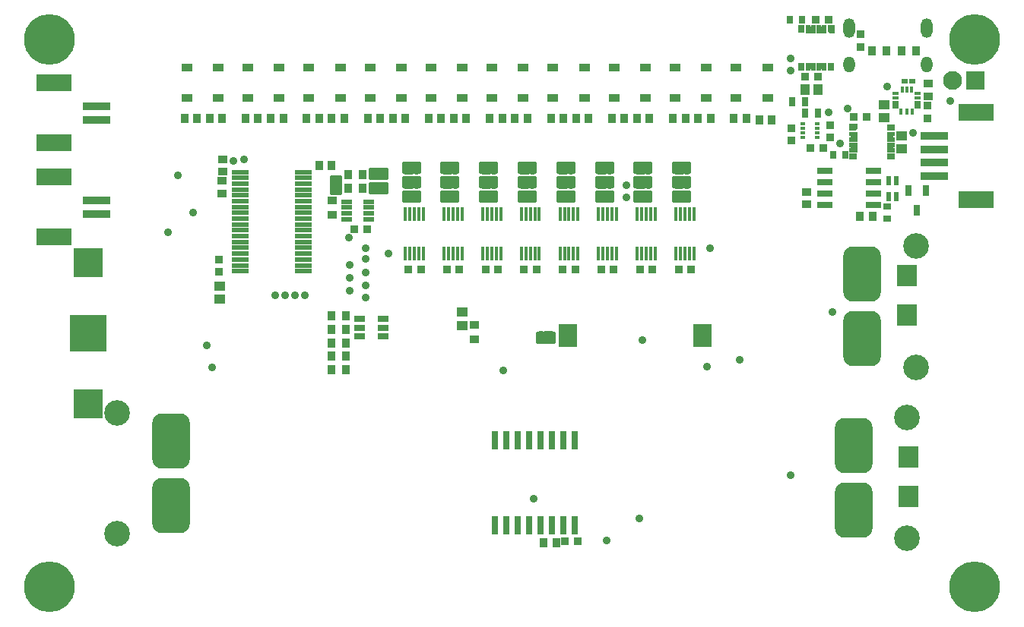
<source format=gbs>
G04*
G04 #@! TF.GenerationSoftware,Altium Limited,Altium Designer,25.5.2 (35)*
G04*
G04 Layer_Color=16711935*
%FSLAX44Y44*%
%MOMM*%
G71*
G04*
G04 #@! TF.SameCoordinates,ED351411-2A85-4CB6-B36D-2EDF8201A488*
G04*
G04*
G04 #@! TF.FilePolarity,Negative*
G04*
G01*
G75*
%ADD70R,0.9000X1.4000*%
%ADD71R,1.1500X1.0000*%
%ADD72R,0.9500X1.1000*%
%ADD73R,0.8500X0.8500*%
%ADD74R,0.9300X1.1400*%
%ADD75R,0.8500X0.8500*%
%ADD78R,1.1400X0.9300*%
%ADD79R,0.8000X0.8500*%
%ADD80R,0.8500X0.8000*%
%ADD81R,0.8000X2.1000*%
%ADD82R,3.0500X0.9500*%
%ADD111R,3.9500X1.9500*%
%ADD114R,1.1000X0.9500*%
G04:AMPARAMS|DCode=116|XSize=1.4mm|YSize=0.7mm|CornerRadius=0.225mm|HoleSize=0mm|Usage=FLASHONLY|Rotation=90.000|XOffset=0mm|YOffset=0mm|HoleType=Round|Shape=RoundedRectangle|*
%AMROUNDEDRECTD116*
21,1,1.4000,0.2500,0,0,90.0*
21,1,0.9500,0.7000,0,0,90.0*
1,1,0.4500,0.1250,0.4750*
1,1,0.4500,0.1250,-0.4750*
1,1,0.4500,-0.1250,-0.4750*
1,1,0.4500,-0.1250,0.4750*
%
%ADD116ROUNDEDRECTD116*%
%ADD123C,0.9000*%
%ADD124R,2.1000X2.1000*%
%ADD125C,2.1000*%
%ADD126O,1.3000X1.8000*%
%ADD127O,1.3000X2.2000*%
%ADD128C,2.8500*%
G04:AMPARAMS|DCode=129|XSize=6.15mm|YSize=4.2mm|CornerRadius=1.0875mm|HoleSize=0mm|Usage=FLASHONLY|Rotation=270.000|XOffset=0mm|YOffset=0mm|HoleType=Round|Shape=RoundedRectangle|*
%AMROUNDEDRECTD129*
21,1,6.1500,2.0250,0,0,270.0*
21,1,3.9750,4.2000,0,0,270.0*
1,1,2.1750,-1.0125,-1.9875*
1,1,2.1750,-1.0125,1.9875*
1,1,2.1750,1.0125,1.9875*
1,1,2.1750,1.0125,-1.9875*
%
%ADD129ROUNDEDRECTD129*%
%ADD130C,5.6500*%
%ADD178R,1.4000X0.9000*%
%ADD179R,0.7250X0.5000*%
%ADD180R,0.7250X0.4000*%
%ADD181R,0.7250X0.9000*%
%ADD182R,0.4500X0.7250*%
%ADD183R,0.4000X0.7250*%
%ADD184R,0.5750X0.4000*%
%ADD185R,0.7250X0.8250*%
%ADD186R,1.6750X0.8000*%
%ADD187R,0.9800X1.2200*%
%ADD188R,0.8000X1.0500*%
%ADD189R,4.1100X4.1100*%
%ADD190R,2.1500X2.6500*%
%ADD191R,1.3000X0.7500*%
%ADD192R,1.3000X0.5500*%
%ADD193R,1.2200X0.9800*%
%ADD194R,0.8250X0.7250*%
%ADD195R,0.7500X1.2000*%
%ADD196R,0.5500X1.0500*%
%ADD197R,2.3000X2.3500*%
%ADD198R,0.4000X1.5000*%
%ADD199R,1.9000X0.5500*%
%ADD200R,3.3300X3.3300*%
G04:AMPARAMS|DCode=201|XSize=1.4mm|YSize=0.7mm|CornerRadius=0.225mm|HoleSize=0mm|Usage=FLASHONLY|Rotation=180.000|XOffset=0mm|YOffset=0mm|HoleType=Round|Shape=RoundedRectangle|*
%AMROUNDEDRECTD201*
21,1,1.4000,0.2500,0,0,180.0*
21,1,0.9500,0.7000,0,0,180.0*
1,1,0.4500,-0.4750,0.1250*
1,1,0.4500,0.4750,0.1250*
1,1,0.4500,0.4750,-0.1250*
1,1,0.4500,-0.4750,-0.1250*
%
%ADD201ROUNDEDRECTD201*%
%ADD202R,1.3000X0.9500*%
G36*
X900250Y652500D02*
X889250D01*
Y661250D01*
X894250D01*
Y660000D01*
X895250D01*
Y661250D01*
X900250D01*
Y652500D01*
D02*
G37*
G36*
X888250D02*
X877250D01*
Y661250D01*
X882250D01*
Y660000D01*
X883250D01*
Y661250D01*
X888250D01*
Y652500D01*
D02*
G37*
G36*
X909000D02*
X903750D01*
X901250Y655000D01*
Y661250D01*
X909000D01*
Y652500D01*
D02*
G37*
G36*
X900250Y610750D02*
X895250D01*
Y612000D01*
X894250D01*
Y610750D01*
X889250D01*
Y619500D01*
X900250D01*
Y610750D01*
D02*
G37*
G36*
X888250D02*
X883250D01*
Y612000D01*
X882250D01*
Y610750D01*
X877250D01*
Y619500D01*
X888250D01*
Y610750D01*
D02*
G37*
G36*
X934250Y546000D02*
X931750Y543500D01*
X925500D01*
X925500Y551250D01*
X934250Y551250D01*
Y546000D01*
D02*
G37*
G36*
Y531500D02*
X925500Y531500D01*
X925500Y536500D01*
X926750Y536500D01*
Y537500D01*
X925500Y537500D01*
Y542500D01*
X934250Y542500D01*
X934250Y531500D01*
D02*
G37*
G36*
X976000Y537500D02*
X974750Y537500D01*
X974750Y536500D01*
X976000D01*
Y531500D01*
X967250Y531500D01*
X967250Y542500D01*
X976000Y542500D01*
X976000Y537500D01*
D02*
G37*
G36*
X976000Y525500D02*
X974750Y525500D01*
Y524500D01*
X976000Y524500D01*
Y519500D01*
X967250Y519500D01*
X967250Y530500D01*
X976000Y530500D01*
X976000Y525500D01*
D02*
G37*
G36*
X934250Y530500D02*
X934250Y519500D01*
X925500Y519500D01*
X925500Y524500D01*
X926750Y524500D01*
X926750Y525500D01*
X925500D01*
Y530500D01*
X934250Y530500D01*
D02*
G37*
G36*
X740131Y508993D02*
X740259Y508968D01*
X740384Y508926D01*
X740501Y508868D01*
X740610Y508795D01*
X740709Y508709D01*
X740795Y508610D01*
X740868Y508501D01*
X740926Y508383D01*
X740968Y508259D01*
X740993Y508131D01*
X741002Y508000D01*
X740993Y507869D01*
X740968Y507741D01*
X740926Y507617D01*
X740868Y507499D01*
X740795Y507390D01*
X740709Y507291D01*
X735417Y502000D01*
X740709Y496709D01*
X740755Y496656D01*
X740795Y496610D01*
X740868Y496501D01*
X740926Y496384D01*
X740968Y496259D01*
X740993Y496131D01*
X741002Y496000D01*
X740993Y495869D01*
X740968Y495741D01*
X740926Y495616D01*
X740868Y495499D01*
X740795Y495390D01*
X740709Y495291D01*
X740610Y495205D01*
X740501Y495132D01*
X740384Y495074D01*
X740259Y495032D01*
X740131Y495006D01*
X740000Y494998D01*
X731500D01*
X731369Y495006D01*
X731241Y495032D01*
X731116Y495074D01*
X730999Y495132D01*
X730890Y495205D01*
X730791Y495291D01*
X730705Y495390D01*
X730632Y495499D01*
X730574Y495616D01*
X730532Y495741D01*
X730506Y495869D01*
X730498Y496000D01*
Y508000D01*
X730506Y508131D01*
X730532Y508259D01*
X730574Y508383D01*
X730632Y508501D01*
X730705Y508610D01*
X730791Y508709D01*
X730890Y508795D01*
X730999Y508868D01*
X731116Y508926D01*
X731241Y508968D01*
X731369Y508993D01*
X731500Y509002D01*
X740000D01*
X740131Y508993D01*
D02*
G37*
G36*
X697131D02*
X697259Y508968D01*
X697383Y508926D01*
X697501Y508868D01*
X697610Y508795D01*
X697709Y508709D01*
X697795Y508610D01*
X697868Y508501D01*
X697926Y508383D01*
X697968Y508259D01*
X697993Y508131D01*
X698002Y508000D01*
X697993Y507869D01*
X697968Y507741D01*
X697926Y507617D01*
X697868Y507499D01*
X697795Y507390D01*
X697709Y507291D01*
X692417Y502000D01*
X697709Y496709D01*
X697755Y496656D01*
X697795Y496610D01*
X697868Y496501D01*
X697926Y496384D01*
X697968Y496259D01*
X697993Y496131D01*
X698002Y496000D01*
X697993Y495869D01*
X697968Y495741D01*
X697926Y495616D01*
X697868Y495499D01*
X697795Y495390D01*
X697709Y495291D01*
X697610Y495205D01*
X697501Y495132D01*
X697383Y495074D01*
X697259Y495032D01*
X697131Y495006D01*
X697000Y494998D01*
X688500D01*
X688369Y495006D01*
X688241Y495032D01*
X688117Y495074D01*
X687999Y495132D01*
X687890Y495205D01*
X687791Y495291D01*
X687705Y495390D01*
X687632Y495499D01*
X687574Y495616D01*
X687532Y495741D01*
X687506Y495869D01*
X687498Y496000D01*
Y508000D01*
X687506Y508131D01*
X687532Y508259D01*
X687574Y508383D01*
X687632Y508501D01*
X687705Y508610D01*
X687791Y508709D01*
X687890Y508795D01*
X687999Y508868D01*
X688117Y508926D01*
X688241Y508968D01*
X688369Y508993D01*
X688500Y509002D01*
X697000D01*
X697131Y508993D01*
D02*
G37*
G36*
X654131D02*
X654259Y508968D01*
X654383Y508926D01*
X654501Y508868D01*
X654610Y508795D01*
X654709Y508709D01*
X654795Y508610D01*
X654868Y508501D01*
X654926Y508383D01*
X654968Y508259D01*
X654994Y508131D01*
X655002Y508000D01*
X654994Y507869D01*
X654968Y507741D01*
X654926Y507617D01*
X654868Y507499D01*
X654795Y507390D01*
X654709Y507291D01*
X649417Y502000D01*
X654709Y496709D01*
X654755Y496656D01*
X654795Y496610D01*
X654868Y496501D01*
X654926Y496384D01*
X654968Y496259D01*
X654994Y496131D01*
X655002Y496000D01*
X654994Y495869D01*
X654968Y495741D01*
X654926Y495616D01*
X654868Y495499D01*
X654795Y495390D01*
X654709Y495291D01*
X654610Y495205D01*
X654501Y495132D01*
X654383Y495074D01*
X654259Y495032D01*
X654131Y495006D01*
X654000Y494998D01*
X645500D01*
X645369Y495006D01*
X645241Y495032D01*
X645117Y495074D01*
X644999Y495132D01*
X644890Y495205D01*
X644791Y495291D01*
X644705Y495390D01*
X644632Y495499D01*
X644574Y495616D01*
X644532Y495741D01*
X644506Y495869D01*
X644498Y496000D01*
Y508000D01*
X644506Y508131D01*
X644532Y508259D01*
X644574Y508383D01*
X644632Y508501D01*
X644705Y508610D01*
X644791Y508709D01*
X644890Y508795D01*
X644999Y508868D01*
X645117Y508926D01*
X645241Y508968D01*
X645369Y508993D01*
X645500Y509002D01*
X654000D01*
X654131Y508993D01*
D02*
G37*
G36*
X611131D02*
X611259Y508968D01*
X611384Y508926D01*
X611501Y508868D01*
X611610Y508795D01*
X611709Y508709D01*
X611795Y508610D01*
X611868Y508501D01*
X611926Y508383D01*
X611968Y508259D01*
X611993Y508131D01*
X612002Y508000D01*
X611993Y507869D01*
X611968Y507741D01*
X611926Y507617D01*
X611868Y507499D01*
X611795Y507390D01*
X611709Y507291D01*
X606417Y502000D01*
X611709Y496709D01*
X611755Y496656D01*
X611795Y496610D01*
X611868Y496501D01*
X611926Y496384D01*
X611968Y496259D01*
X611993Y496131D01*
X612002Y496000D01*
X611993Y495869D01*
X611968Y495741D01*
X611926Y495616D01*
X611868Y495499D01*
X611795Y495390D01*
X611709Y495291D01*
X611610Y495205D01*
X611501Y495132D01*
X611384Y495074D01*
X611259Y495032D01*
X611131Y495006D01*
X611000Y494998D01*
X602500D01*
X602369Y495006D01*
X602241Y495032D01*
X602117Y495074D01*
X601999Y495132D01*
X601890Y495205D01*
X601791Y495291D01*
X601705Y495390D01*
X601632Y495499D01*
X601574Y495616D01*
X601532Y495741D01*
X601506Y495869D01*
X601498Y496000D01*
Y508000D01*
X601506Y508131D01*
X601532Y508259D01*
X601574Y508383D01*
X601632Y508501D01*
X601705Y508610D01*
X601791Y508709D01*
X601890Y508795D01*
X601999Y508868D01*
X602117Y508926D01*
X602241Y508968D01*
X602369Y508993D01*
X602500Y509002D01*
X611000D01*
X611131Y508993D01*
D02*
G37*
G36*
X568131D02*
X568259Y508968D01*
X568383Y508926D01*
X568501Y508868D01*
X568610Y508795D01*
X568709Y508709D01*
X568795Y508610D01*
X568868Y508501D01*
X568926Y508383D01*
X568968Y508259D01*
X568993Y508131D01*
X569002Y508000D01*
X568993Y507869D01*
X568968Y507741D01*
X568926Y507617D01*
X568868Y507499D01*
X568795Y507390D01*
X568709Y507291D01*
X563417Y502000D01*
X568709Y496709D01*
X568755Y496656D01*
X568795Y496610D01*
X568868Y496501D01*
X568926Y496384D01*
X568968Y496259D01*
X568993Y496131D01*
X569002Y496000D01*
X568993Y495869D01*
X568968Y495741D01*
X568926Y495616D01*
X568868Y495499D01*
X568795Y495390D01*
X568709Y495291D01*
X568610Y495205D01*
X568501Y495132D01*
X568383Y495074D01*
X568259Y495032D01*
X568131Y495006D01*
X568000Y494998D01*
X559500D01*
X559369Y495006D01*
X559241Y495032D01*
X559117Y495074D01*
X558999Y495132D01*
X558890Y495205D01*
X558791Y495291D01*
X558705Y495390D01*
X558632Y495499D01*
X558574Y495616D01*
X558532Y495741D01*
X558506Y495869D01*
X558498Y496000D01*
Y508000D01*
X558506Y508131D01*
X558532Y508259D01*
X558574Y508383D01*
X558632Y508501D01*
X558705Y508610D01*
X558791Y508709D01*
X558890Y508795D01*
X558999Y508868D01*
X559117Y508926D01*
X559241Y508968D01*
X559369Y508993D01*
X559500Y509002D01*
X568000D01*
X568131Y508993D01*
D02*
G37*
G36*
X525131D02*
X525259Y508968D01*
X525383Y508926D01*
X525501Y508868D01*
X525610Y508795D01*
X525709Y508709D01*
X525795Y508610D01*
X525868Y508501D01*
X525926Y508383D01*
X525968Y508259D01*
X525993Y508131D01*
X526002Y508000D01*
X525993Y507869D01*
X525968Y507741D01*
X525926Y507617D01*
X525868Y507499D01*
X525795Y507390D01*
X525709Y507291D01*
X520417Y502000D01*
X525709Y496709D01*
X525755Y496656D01*
X525795Y496610D01*
X525868Y496501D01*
X525926Y496384D01*
X525968Y496259D01*
X525993Y496131D01*
X526002Y496000D01*
X525993Y495869D01*
X525968Y495741D01*
X525926Y495616D01*
X525868Y495499D01*
X525795Y495390D01*
X525709Y495291D01*
X525610Y495205D01*
X525501Y495132D01*
X525383Y495074D01*
X525259Y495032D01*
X525131Y495006D01*
X525000Y494998D01*
X516500D01*
X516369Y495006D01*
X516241Y495032D01*
X516116Y495074D01*
X515999Y495132D01*
X515890Y495205D01*
X515791Y495291D01*
X515705Y495390D01*
X515632Y495499D01*
X515574Y495616D01*
X515532Y495741D01*
X515506Y495869D01*
X515498Y496000D01*
Y508000D01*
X515506Y508131D01*
X515532Y508259D01*
X515574Y508383D01*
X515632Y508501D01*
X515705Y508610D01*
X515791Y508709D01*
X515890Y508795D01*
X515999Y508868D01*
X516116Y508926D01*
X516241Y508968D01*
X516369Y508993D01*
X516500Y509002D01*
X525000D01*
X525131Y508993D01*
D02*
G37*
G36*
X482131D02*
X482259Y508968D01*
X482383Y508926D01*
X482501Y508868D01*
X482610Y508795D01*
X482709Y508709D01*
X482795Y508610D01*
X482868Y508501D01*
X482926Y508383D01*
X482968Y508259D01*
X482994Y508131D01*
X483002Y508000D01*
X482994Y507869D01*
X482968Y507741D01*
X482926Y507617D01*
X482868Y507499D01*
X482795Y507390D01*
X482709Y507291D01*
X477417Y502000D01*
X482709Y496709D01*
X482755Y496656D01*
X482795Y496610D01*
X482868Y496501D01*
X482926Y496384D01*
X482968Y496259D01*
X482994Y496131D01*
X483002Y496000D01*
X482994Y495869D01*
X482968Y495741D01*
X482926Y495616D01*
X482868Y495499D01*
X482795Y495390D01*
X482709Y495291D01*
X482610Y495205D01*
X482501Y495132D01*
X482383Y495074D01*
X482259Y495032D01*
X482131Y495006D01*
X482000Y494998D01*
X473500D01*
X473369Y495006D01*
X473241Y495032D01*
X473116Y495074D01*
X472999Y495132D01*
X472890Y495205D01*
X472791Y495291D01*
X472705Y495390D01*
X472632Y495499D01*
X472574Y495616D01*
X472532Y495741D01*
X472506Y495869D01*
X472498Y496000D01*
Y508000D01*
X472506Y508131D01*
X472532Y508259D01*
X472574Y508383D01*
X472632Y508501D01*
X472705Y508610D01*
X472791Y508709D01*
X472890Y508795D01*
X472999Y508868D01*
X473116Y508926D01*
X473241Y508968D01*
X473369Y508993D01*
X473500Y509002D01*
X482000D01*
X482131Y508993D01*
D02*
G37*
G36*
X439131D02*
X439259Y508968D01*
X439384Y508926D01*
X439501Y508868D01*
X439610Y508795D01*
X439709Y508709D01*
X439795Y508610D01*
X439868Y508501D01*
X439926Y508383D01*
X439968Y508259D01*
X439994Y508131D01*
X440002Y508000D01*
X439994Y507869D01*
X439968Y507741D01*
X439926Y507617D01*
X439868Y507499D01*
X439795Y507390D01*
X439709Y507291D01*
X434417Y502000D01*
X439709Y496709D01*
X439755Y496656D01*
X439795Y496610D01*
X439868Y496501D01*
X439926Y496384D01*
X439968Y496259D01*
X439994Y496131D01*
X440002Y496000D01*
X439994Y495869D01*
X439968Y495741D01*
X439926Y495616D01*
X439868Y495499D01*
X439795Y495390D01*
X439709Y495291D01*
X439610Y495205D01*
X439501Y495132D01*
X439384Y495074D01*
X439259Y495032D01*
X439131Y495006D01*
X439000Y494998D01*
X430500D01*
X430369Y495006D01*
X430241Y495032D01*
X430117Y495074D01*
X429999Y495132D01*
X429890Y495205D01*
X429791Y495291D01*
X429705Y495390D01*
X429632Y495499D01*
X429574Y495616D01*
X429532Y495741D01*
X429506Y495869D01*
X429498Y496000D01*
Y508000D01*
X429506Y508131D01*
X429532Y508259D01*
X429574Y508383D01*
X429632Y508501D01*
X429705Y508610D01*
X429791Y508709D01*
X429890Y508795D01*
X429999Y508868D01*
X430117Y508926D01*
X430241Y508968D01*
X430369Y508993D01*
X430500Y509002D01*
X439000D01*
X439131Y508993D01*
D02*
G37*
G36*
X746131D02*
X746259Y508968D01*
X746384Y508926D01*
X746501Y508868D01*
X746610Y508795D01*
X746709Y508709D01*
X746795Y508610D01*
X746868Y508501D01*
X746926Y508383D01*
X746968Y508259D01*
X746993Y508131D01*
X747002Y508000D01*
Y496000D01*
X746993Y495869D01*
X746968Y495741D01*
X746926Y495616D01*
X746868Y495499D01*
X746795Y495390D01*
X746709Y495291D01*
X746610Y495205D01*
X746501Y495132D01*
X746384Y495074D01*
X746259Y495032D01*
X746131Y495006D01*
X746000Y494998D01*
X743000D01*
X742869Y495006D01*
X742741Y495032D01*
X742617Y495074D01*
X742499Y495132D01*
X742390Y495205D01*
X742291Y495291D01*
X736291Y501291D01*
X736205Y501390D01*
X736132Y501499D01*
X736074Y501617D01*
X736032Y501741D01*
X736006Y501869D01*
X735998Y502000D01*
X736006Y502131D01*
X736032Y502259D01*
X736074Y502383D01*
X736132Y502501D01*
X736205Y502610D01*
X736291Y502709D01*
X742291Y508709D01*
X742390Y508795D01*
X742499Y508868D01*
X742617Y508926D01*
X742741Y508968D01*
X742869Y508993D01*
X743000Y509002D01*
X746000D01*
X746131Y508993D01*
D02*
G37*
G36*
X703131D02*
X703259Y508968D01*
X703383Y508926D01*
X703501Y508868D01*
X703610Y508795D01*
X703709Y508709D01*
X703795Y508610D01*
X703868Y508501D01*
X703926Y508383D01*
X703968Y508259D01*
X703994Y508131D01*
X704002Y508000D01*
Y496000D01*
X703994Y495869D01*
X703968Y495741D01*
X703926Y495616D01*
X703868Y495499D01*
X703795Y495390D01*
X703709Y495291D01*
X703610Y495205D01*
X703501Y495132D01*
X703383Y495074D01*
X703259Y495032D01*
X703131Y495006D01*
X703000Y494998D01*
X700000D01*
X699869Y495006D01*
X699741Y495032D01*
X699616Y495074D01*
X699499Y495132D01*
X699390Y495205D01*
X699291Y495291D01*
X693291Y501291D01*
X693205Y501390D01*
X693132Y501499D01*
X693074Y501617D01*
X693032Y501741D01*
X693006Y501869D01*
X692998Y502000D01*
X693006Y502131D01*
X693032Y502259D01*
X693074Y502383D01*
X693132Y502501D01*
X693205Y502610D01*
X693291Y502709D01*
X699291Y508709D01*
X699390Y508795D01*
X699499Y508868D01*
X699616Y508926D01*
X699741Y508968D01*
X699869Y508993D01*
X700000Y509002D01*
X703000D01*
X703131Y508993D01*
D02*
G37*
G36*
X660131D02*
X660259Y508968D01*
X660384Y508926D01*
X660501Y508868D01*
X660610Y508795D01*
X660709Y508709D01*
X660795Y508610D01*
X660868Y508501D01*
X660926Y508383D01*
X660968Y508259D01*
X660993Y508131D01*
X661002Y508000D01*
Y496000D01*
X660993Y495869D01*
X660968Y495741D01*
X660926Y495616D01*
X660868Y495499D01*
X660795Y495390D01*
X660709Y495291D01*
X660610Y495205D01*
X660501Y495132D01*
X660384Y495074D01*
X660259Y495032D01*
X660131Y495006D01*
X660000Y494998D01*
X657000D01*
X656869Y495006D01*
X656741Y495032D01*
X656617Y495074D01*
X656499Y495132D01*
X656390Y495205D01*
X656291Y495291D01*
X650291Y501291D01*
X650205Y501390D01*
X650132Y501499D01*
X650074Y501617D01*
X650032Y501741D01*
X650006Y501869D01*
X649998Y502000D01*
X650006Y502131D01*
X650032Y502259D01*
X650074Y502383D01*
X650132Y502501D01*
X650205Y502610D01*
X650291Y502709D01*
X656291Y508709D01*
X656390Y508795D01*
X656499Y508868D01*
X656617Y508926D01*
X656741Y508968D01*
X656869Y508993D01*
X657000Y509002D01*
X660000D01*
X660131Y508993D01*
D02*
G37*
G36*
X617131D02*
X617259Y508968D01*
X617383Y508926D01*
X617501Y508868D01*
X617610Y508795D01*
X617709Y508709D01*
X617795Y508610D01*
X617868Y508501D01*
X617926Y508383D01*
X617968Y508259D01*
X617994Y508131D01*
X618002Y508000D01*
Y496000D01*
X617994Y495869D01*
X617968Y495741D01*
X617926Y495616D01*
X617868Y495499D01*
X617795Y495390D01*
X617709Y495291D01*
X617610Y495205D01*
X617501Y495132D01*
X617383Y495074D01*
X617259Y495032D01*
X617131Y495006D01*
X617000Y494998D01*
X614000D01*
X613869Y495006D01*
X613741Y495032D01*
X613616Y495074D01*
X613499Y495132D01*
X613390Y495205D01*
X613291Y495291D01*
X607291Y501291D01*
X607205Y501390D01*
X607132Y501499D01*
X607074Y501617D01*
X607032Y501741D01*
X607006Y501869D01*
X606998Y502000D01*
X607006Y502131D01*
X607032Y502259D01*
X607074Y502383D01*
X607132Y502501D01*
X607205Y502610D01*
X607291Y502709D01*
X613291Y508709D01*
X613390Y508795D01*
X613499Y508868D01*
X613616Y508926D01*
X613741Y508968D01*
X613869Y508993D01*
X614000Y509002D01*
X617000D01*
X617131Y508993D01*
D02*
G37*
G36*
X574131D02*
X574259Y508968D01*
X574384Y508926D01*
X574501Y508868D01*
X574610Y508795D01*
X574709Y508709D01*
X574795Y508610D01*
X574868Y508501D01*
X574926Y508383D01*
X574968Y508259D01*
X574994Y508131D01*
X575002Y508000D01*
Y496000D01*
X574994Y495869D01*
X574968Y495741D01*
X574926Y495616D01*
X574868Y495499D01*
X574795Y495390D01*
X574709Y495291D01*
X574610Y495205D01*
X574501Y495132D01*
X574384Y495074D01*
X574259Y495032D01*
X574131Y495006D01*
X574000Y494998D01*
X571000D01*
X570869Y495006D01*
X570741Y495032D01*
X570616Y495074D01*
X570499Y495132D01*
X570390Y495205D01*
X570291Y495291D01*
X564291Y501291D01*
X564205Y501390D01*
X564132Y501499D01*
X564074Y501617D01*
X564032Y501741D01*
X564006Y501869D01*
X563998Y502000D01*
X564006Y502131D01*
X564032Y502259D01*
X564074Y502383D01*
X564132Y502501D01*
X564205Y502610D01*
X564291Y502709D01*
X570291Y508709D01*
X570390Y508795D01*
X570499Y508868D01*
X570616Y508926D01*
X570741Y508968D01*
X570869Y508993D01*
X571000Y509002D01*
X574000D01*
X574131Y508993D01*
D02*
G37*
G36*
X531131D02*
X531259Y508968D01*
X531384Y508926D01*
X531501Y508868D01*
X531610Y508795D01*
X531709Y508709D01*
X531795Y508610D01*
X531868Y508501D01*
X531926Y508383D01*
X531968Y508259D01*
X531993Y508131D01*
X532002Y508000D01*
Y496000D01*
X531993Y495869D01*
X531968Y495741D01*
X531926Y495616D01*
X531868Y495499D01*
X531795Y495390D01*
X531709Y495291D01*
X531610Y495205D01*
X531501Y495132D01*
X531384Y495074D01*
X531259Y495032D01*
X531131Y495006D01*
X531000Y494998D01*
X528000D01*
X527869Y495006D01*
X527741Y495032D01*
X527617Y495074D01*
X527499Y495132D01*
X527390Y495205D01*
X527291Y495291D01*
X521291Y501291D01*
X521205Y501390D01*
X521132Y501499D01*
X521074Y501617D01*
X521032Y501741D01*
X521006Y501869D01*
X520998Y502000D01*
X521006Y502131D01*
X521032Y502259D01*
X521074Y502383D01*
X521132Y502501D01*
X521205Y502610D01*
X521291Y502709D01*
X527291Y508709D01*
X527390Y508795D01*
X527499Y508868D01*
X527617Y508926D01*
X527741Y508968D01*
X527869Y508993D01*
X528000Y509002D01*
X531000D01*
X531131Y508993D01*
D02*
G37*
G36*
X488131D02*
X488259Y508968D01*
X488383Y508926D01*
X488501Y508868D01*
X488610Y508795D01*
X488709Y508709D01*
X488795Y508610D01*
X488868Y508501D01*
X488926Y508383D01*
X488968Y508259D01*
X488993Y508131D01*
X489002Y508000D01*
Y496000D01*
X488993Y495869D01*
X488968Y495741D01*
X488926Y495616D01*
X488868Y495499D01*
X488795Y495390D01*
X488709Y495291D01*
X488610Y495205D01*
X488501Y495132D01*
X488383Y495074D01*
X488259Y495032D01*
X488131Y495006D01*
X488000Y494998D01*
X485000D01*
X484869Y495006D01*
X484741Y495032D01*
X484617Y495074D01*
X484499Y495132D01*
X484390Y495205D01*
X484291Y495291D01*
X478291Y501291D01*
X478205Y501390D01*
X478132Y501499D01*
X478074Y501617D01*
X478032Y501741D01*
X478006Y501869D01*
X477998Y502000D01*
X478006Y502131D01*
X478032Y502259D01*
X478074Y502383D01*
X478132Y502501D01*
X478205Y502610D01*
X478291Y502709D01*
X484291Y508709D01*
X484390Y508795D01*
X484499Y508868D01*
X484617Y508926D01*
X484741Y508968D01*
X484869Y508993D01*
X485000Y509002D01*
X488000D01*
X488131Y508993D01*
D02*
G37*
G36*
X445131D02*
X445259Y508968D01*
X445383Y508926D01*
X445501Y508868D01*
X445610Y508795D01*
X445709Y508709D01*
X445795Y508610D01*
X445868Y508501D01*
X445926Y508383D01*
X445968Y508259D01*
X445993Y508131D01*
X446002Y508000D01*
Y496000D01*
X445993Y495869D01*
X445968Y495741D01*
X445926Y495616D01*
X445868Y495499D01*
X445795Y495390D01*
X445709Y495291D01*
X445610Y495205D01*
X445501Y495132D01*
X445383Y495074D01*
X445259Y495032D01*
X445131Y495006D01*
X445000Y494998D01*
X442000D01*
X441869Y495006D01*
X441741Y495032D01*
X441617Y495074D01*
X441499Y495132D01*
X441390Y495205D01*
X441291Y495291D01*
X435291Y501291D01*
X435205Y501390D01*
X435132Y501499D01*
X435074Y501617D01*
X435032Y501741D01*
X435006Y501869D01*
X434998Y502000D01*
X435006Y502131D01*
X435032Y502259D01*
X435074Y502383D01*
X435132Y502501D01*
X435205Y502610D01*
X435291Y502709D01*
X441291Y508709D01*
X441390Y508795D01*
X441499Y508868D01*
X441617Y508926D01*
X441741Y508968D01*
X441869Y508993D01*
X442000Y509002D01*
X445000D01*
X445131Y508993D01*
D02*
G37*
G36*
X408631Y502590D02*
X408759Y502564D01*
X408884Y502522D01*
X409001Y502464D01*
X409110Y502391D01*
X409209Y502305D01*
X409295Y502206D01*
X409368Y502097D01*
X409426Y501979D01*
X409468Y501855D01*
X409493Y501727D01*
X409502Y501596D01*
Y489596D01*
X409493Y489465D01*
X409468Y489337D01*
X409426Y489213D01*
X409368Y489095D01*
X409295Y488986D01*
X409209Y488887D01*
X409110Y488801D01*
X409001Y488728D01*
X408884Y488670D01*
X408759Y488628D01*
X408631Y488602D01*
X408500Y488594D01*
X400000D01*
X399869Y488602D01*
X399741Y488628D01*
X399617Y488670D01*
X399499Y488728D01*
X399390Y488801D01*
X399291Y488887D01*
X399205Y488986D01*
X399132Y489095D01*
X399074Y489212D01*
X399032Y489337D01*
X399006Y489465D01*
X398998Y489596D01*
X399006Y489727D01*
X399032Y489855D01*
X399074Y489980D01*
X399132Y490097D01*
X399205Y490206D01*
X399291Y490305D01*
X404583Y495596D01*
X399291Y500887D01*
X399245Y500940D01*
X399205Y500986D01*
X399132Y501095D01*
X399074Y501213D01*
X399032Y501337D01*
X399006Y501465D01*
X398998Y501596D01*
X399006Y501727D01*
X399032Y501855D01*
X399074Y501979D01*
X399132Y502097D01*
X399205Y502206D01*
X399291Y502305D01*
X399390Y502391D01*
X399499Y502464D01*
X399617Y502522D01*
X399741Y502564D01*
X399869Y502590D01*
X400000Y502598D01*
X408500D01*
X408631Y502590D01*
D02*
G37*
G36*
X397131Y502590D02*
X397259Y502564D01*
X397383Y502522D01*
X397501Y502464D01*
X397610Y502391D01*
X397709Y502305D01*
X403709Y496305D01*
X403795Y496206D01*
X403868Y496097D01*
X403926Y495980D01*
X403968Y495855D01*
X403994Y495727D01*
X404002Y495596D01*
X403993Y495465D01*
X403968Y495337D01*
X403926Y495213D01*
X403868Y495095D01*
X403795Y494986D01*
X403709Y494887D01*
X397709Y488887D01*
X397610Y488801D01*
X397501Y488728D01*
X397383Y488670D01*
X397259Y488628D01*
X397131Y488602D01*
X397000Y488594D01*
X394000D01*
X393869Y488602D01*
X393741Y488628D01*
X393616Y488670D01*
X393499Y488728D01*
X393390Y488801D01*
X393291Y488887D01*
X393205Y488986D01*
X393132Y489095D01*
X393074Y489213D01*
X393032Y489337D01*
X393006Y489465D01*
X392998Y489596D01*
Y501596D01*
X393006Y501727D01*
X393032Y501855D01*
X393074Y501979D01*
X393132Y502097D01*
X393205Y502206D01*
X393291Y502305D01*
X393390Y502391D01*
X393499Y502464D01*
X393616Y502522D01*
X393741Y502564D01*
X393869Y502590D01*
X394000Y502598D01*
X397000D01*
X397131Y502590D01*
D02*
G37*
G36*
X360131Y491090D02*
X360259Y491064D01*
X360383Y491022D01*
X360501Y490964D01*
X360610Y490891D01*
X360709Y490805D01*
X360795Y490706D01*
X360868Y490597D01*
X360926Y490480D01*
X360968Y490355D01*
X360993Y490227D01*
X361002Y490096D01*
Y481596D01*
X360993Y481465D01*
X360968Y481337D01*
X360926Y481213D01*
X360868Y481095D01*
X360795Y480986D01*
X360709Y480887D01*
X360610Y480801D01*
X360501Y480728D01*
X360383Y480670D01*
X360259Y480628D01*
X360131Y480602D01*
X360000Y480594D01*
X359869Y480602D01*
X359741Y480628D01*
X359617Y480670D01*
X359499Y480728D01*
X359390Y480801D01*
X359291Y480887D01*
X354000Y486179D01*
X348709Y480887D01*
X348656Y480841D01*
X348610Y480801D01*
X348501Y480728D01*
X348383Y480670D01*
X348259Y480628D01*
X348131Y480602D01*
X348000Y480594D01*
X347869Y480602D01*
X347741Y480628D01*
X347617Y480670D01*
X347499Y480728D01*
X347390Y480801D01*
X347291Y480887D01*
X347205Y480986D01*
X347132Y481095D01*
X347074Y481213D01*
X347032Y481337D01*
X347006Y481465D01*
X346998Y481596D01*
Y490096D01*
X347006Y490227D01*
X347032Y490355D01*
X347074Y490480D01*
X347132Y490597D01*
X347205Y490706D01*
X347291Y490805D01*
X347390Y490891D01*
X347499Y490964D01*
X347617Y491022D01*
X347741Y491064D01*
X347869Y491090D01*
X348000Y491098D01*
X360000D01*
X360131Y491090D01*
D02*
G37*
G36*
X740131Y492994D02*
X740259Y492968D01*
X740384Y492926D01*
X740501Y492868D01*
X740610Y492795D01*
X740709Y492709D01*
X740795Y492610D01*
X740868Y492501D01*
X740926Y492383D01*
X740968Y492259D01*
X740993Y492131D01*
X741002Y492000D01*
X740993Y491869D01*
X740968Y491741D01*
X740926Y491617D01*
X740868Y491499D01*
X740795Y491390D01*
X740709Y491291D01*
X735417Y486000D01*
X740709Y480709D01*
X740755Y480656D01*
X740795Y480610D01*
X740868Y480501D01*
X740926Y480383D01*
X740968Y480259D01*
X740993Y480131D01*
X741002Y480000D01*
X740993Y479869D01*
X740968Y479741D01*
X740926Y479617D01*
X740868Y479499D01*
X740795Y479390D01*
X740709Y479291D01*
X740610Y479205D01*
X740501Y479132D01*
X740384Y479074D01*
X740259Y479032D01*
X740131Y479006D01*
X740000Y478998D01*
X731500D01*
X731369Y479007D01*
X731241Y479032D01*
X731116Y479074D01*
X730999Y479132D01*
X730890Y479205D01*
X730791Y479291D01*
X730705Y479390D01*
X730632Y479499D01*
X730574Y479617D01*
X730532Y479741D01*
X730506Y479869D01*
X730498Y480000D01*
Y492000D01*
X730506Y492131D01*
X730532Y492259D01*
X730574Y492383D01*
X730632Y492501D01*
X730705Y492610D01*
X730791Y492709D01*
X730890Y492795D01*
X730999Y492868D01*
X731116Y492926D01*
X731241Y492968D01*
X731369Y492994D01*
X731500Y493002D01*
X740000D01*
X740131Y492994D01*
D02*
G37*
G36*
X697131D02*
X697259Y492968D01*
X697383Y492926D01*
X697501Y492868D01*
X697610Y492795D01*
X697709Y492709D01*
X697795Y492610D01*
X697868Y492501D01*
X697926Y492383D01*
X697968Y492259D01*
X697993Y492131D01*
X698002Y492000D01*
X697993Y491869D01*
X697968Y491741D01*
X697926Y491617D01*
X697868Y491499D01*
X697795Y491390D01*
X697709Y491291D01*
X692417Y486000D01*
X697709Y480709D01*
X697755Y480656D01*
X697795Y480610D01*
X697868Y480501D01*
X697926Y480383D01*
X697968Y480259D01*
X697993Y480131D01*
X698002Y480000D01*
X697993Y479869D01*
X697968Y479741D01*
X697926Y479617D01*
X697868Y479499D01*
X697795Y479390D01*
X697709Y479291D01*
X697610Y479205D01*
X697501Y479132D01*
X697383Y479074D01*
X697259Y479032D01*
X697131Y479006D01*
X697000Y478998D01*
X688500D01*
X688369Y479007D01*
X688241Y479032D01*
X688117Y479074D01*
X687999Y479132D01*
X687890Y479205D01*
X687791Y479291D01*
X687705Y479390D01*
X687632Y479499D01*
X687574Y479617D01*
X687532Y479741D01*
X687506Y479869D01*
X687498Y480000D01*
Y492000D01*
X687506Y492131D01*
X687532Y492259D01*
X687574Y492383D01*
X687632Y492501D01*
X687705Y492610D01*
X687791Y492709D01*
X687890Y492795D01*
X687999Y492868D01*
X688117Y492926D01*
X688241Y492968D01*
X688369Y492994D01*
X688500Y493002D01*
X697000D01*
X697131Y492994D01*
D02*
G37*
G36*
X654131D02*
X654259Y492968D01*
X654383Y492926D01*
X654501Y492868D01*
X654610Y492795D01*
X654709Y492709D01*
X654795Y492610D01*
X654868Y492501D01*
X654926Y492383D01*
X654968Y492259D01*
X654994Y492131D01*
X655002Y492000D01*
X654994Y491869D01*
X654968Y491741D01*
X654926Y491617D01*
X654868Y491499D01*
X654795Y491390D01*
X654709Y491291D01*
X649417Y486000D01*
X654709Y480709D01*
X654755Y480656D01*
X654795Y480610D01*
X654868Y480501D01*
X654926Y480383D01*
X654968Y480259D01*
X654994Y480131D01*
X655002Y480000D01*
X654994Y479869D01*
X654968Y479741D01*
X654926Y479617D01*
X654868Y479499D01*
X654795Y479390D01*
X654709Y479291D01*
X654610Y479205D01*
X654501Y479132D01*
X654383Y479074D01*
X654259Y479032D01*
X654131Y479006D01*
X654000Y478998D01*
X645500D01*
X645369Y479007D01*
X645241Y479032D01*
X645117Y479074D01*
X644999Y479132D01*
X644890Y479205D01*
X644791Y479291D01*
X644705Y479390D01*
X644632Y479499D01*
X644574Y479617D01*
X644532Y479741D01*
X644506Y479869D01*
X644498Y480000D01*
Y492000D01*
X644506Y492131D01*
X644532Y492259D01*
X644574Y492383D01*
X644632Y492501D01*
X644705Y492610D01*
X644791Y492709D01*
X644890Y492795D01*
X644999Y492868D01*
X645117Y492926D01*
X645241Y492968D01*
X645369Y492994D01*
X645500Y493002D01*
X654000D01*
X654131Y492994D01*
D02*
G37*
G36*
X611131D02*
X611259Y492968D01*
X611384Y492926D01*
X611501Y492868D01*
X611610Y492795D01*
X611709Y492709D01*
X611795Y492610D01*
X611868Y492501D01*
X611926Y492383D01*
X611968Y492259D01*
X611993Y492131D01*
X612002Y492000D01*
X611993Y491869D01*
X611968Y491741D01*
X611926Y491617D01*
X611868Y491499D01*
X611795Y491390D01*
X611709Y491291D01*
X606417Y486000D01*
X611709Y480709D01*
X611755Y480656D01*
X611795Y480610D01*
X611868Y480501D01*
X611926Y480383D01*
X611968Y480259D01*
X611993Y480131D01*
X612002Y480000D01*
X611993Y479869D01*
X611968Y479741D01*
X611926Y479617D01*
X611868Y479499D01*
X611795Y479390D01*
X611709Y479291D01*
X611610Y479205D01*
X611501Y479132D01*
X611384Y479074D01*
X611259Y479032D01*
X611131Y479006D01*
X611000Y478998D01*
X602500D01*
X602369Y479007D01*
X602241Y479032D01*
X602117Y479074D01*
X601999Y479132D01*
X601890Y479205D01*
X601791Y479291D01*
X601705Y479390D01*
X601632Y479499D01*
X601574Y479617D01*
X601532Y479741D01*
X601506Y479869D01*
X601498Y480000D01*
Y492000D01*
X601506Y492131D01*
X601532Y492259D01*
X601574Y492383D01*
X601632Y492501D01*
X601705Y492610D01*
X601791Y492709D01*
X601890Y492795D01*
X601999Y492868D01*
X602117Y492926D01*
X602241Y492968D01*
X602369Y492994D01*
X602500Y493002D01*
X611000D01*
X611131Y492994D01*
D02*
G37*
G36*
X568131D02*
X568259Y492968D01*
X568383Y492926D01*
X568501Y492868D01*
X568610Y492795D01*
X568709Y492709D01*
X568795Y492610D01*
X568868Y492501D01*
X568926Y492383D01*
X568968Y492259D01*
X568993Y492131D01*
X569002Y492000D01*
X568993Y491869D01*
X568968Y491741D01*
X568926Y491617D01*
X568868Y491499D01*
X568795Y491390D01*
X568709Y491291D01*
X563417Y486000D01*
X568709Y480709D01*
X568755Y480656D01*
X568795Y480610D01*
X568868Y480501D01*
X568926Y480383D01*
X568968Y480259D01*
X568993Y480131D01*
X569002Y480000D01*
X568993Y479869D01*
X568968Y479741D01*
X568926Y479617D01*
X568868Y479499D01*
X568795Y479390D01*
X568709Y479291D01*
X568610Y479205D01*
X568501Y479132D01*
X568383Y479074D01*
X568259Y479032D01*
X568131Y479006D01*
X568000Y478998D01*
X559500D01*
X559369Y479007D01*
X559241Y479032D01*
X559117Y479074D01*
X558999Y479132D01*
X558890Y479205D01*
X558791Y479291D01*
X558705Y479390D01*
X558632Y479499D01*
X558574Y479617D01*
X558532Y479741D01*
X558506Y479869D01*
X558498Y480000D01*
Y492000D01*
X558506Y492131D01*
X558532Y492259D01*
X558574Y492383D01*
X558632Y492501D01*
X558705Y492610D01*
X558791Y492709D01*
X558890Y492795D01*
X558999Y492868D01*
X559117Y492926D01*
X559241Y492968D01*
X559369Y492994D01*
X559500Y493002D01*
X568000D01*
X568131Y492994D01*
D02*
G37*
G36*
X525131D02*
X525259Y492968D01*
X525383Y492926D01*
X525501Y492868D01*
X525610Y492795D01*
X525709Y492709D01*
X525795Y492610D01*
X525868Y492501D01*
X525926Y492383D01*
X525968Y492259D01*
X525993Y492131D01*
X526002Y492000D01*
X525993Y491869D01*
X525968Y491741D01*
X525926Y491617D01*
X525868Y491499D01*
X525795Y491390D01*
X525709Y491291D01*
X520417Y486000D01*
X525709Y480709D01*
X525755Y480656D01*
X525795Y480610D01*
X525868Y480501D01*
X525926Y480383D01*
X525968Y480259D01*
X525993Y480131D01*
X526002Y480000D01*
X525993Y479869D01*
X525968Y479741D01*
X525926Y479617D01*
X525868Y479499D01*
X525795Y479390D01*
X525709Y479291D01*
X525610Y479205D01*
X525501Y479132D01*
X525383Y479074D01*
X525259Y479032D01*
X525131Y479006D01*
X525000Y478998D01*
X516500D01*
X516369Y479007D01*
X516241Y479032D01*
X516116Y479074D01*
X515999Y479132D01*
X515890Y479205D01*
X515791Y479291D01*
X515705Y479390D01*
X515632Y479499D01*
X515574Y479617D01*
X515532Y479741D01*
X515506Y479869D01*
X515498Y480000D01*
Y492000D01*
X515506Y492131D01*
X515532Y492259D01*
X515574Y492383D01*
X515632Y492501D01*
X515705Y492610D01*
X515791Y492709D01*
X515890Y492795D01*
X515999Y492868D01*
X516116Y492926D01*
X516241Y492968D01*
X516369Y492994D01*
X516500Y493002D01*
X525000D01*
X525131Y492994D01*
D02*
G37*
G36*
X482131D02*
X482259Y492968D01*
X482383Y492926D01*
X482501Y492868D01*
X482610Y492795D01*
X482709Y492709D01*
X482795Y492610D01*
X482868Y492501D01*
X482926Y492383D01*
X482968Y492259D01*
X482994Y492131D01*
X483002Y492000D01*
X482994Y491869D01*
X482968Y491741D01*
X482926Y491617D01*
X482868Y491499D01*
X482795Y491390D01*
X482709Y491291D01*
X477417Y486000D01*
X482709Y480709D01*
X482755Y480656D01*
X482795Y480610D01*
X482868Y480501D01*
X482926Y480383D01*
X482968Y480259D01*
X482994Y480131D01*
X483002Y480000D01*
X482994Y479869D01*
X482968Y479741D01*
X482926Y479617D01*
X482868Y479499D01*
X482795Y479390D01*
X482709Y479291D01*
X482610Y479205D01*
X482501Y479132D01*
X482383Y479074D01*
X482259Y479032D01*
X482131Y479006D01*
X482000Y478998D01*
X473500D01*
X473369Y479007D01*
X473241Y479032D01*
X473116Y479074D01*
X472999Y479132D01*
X472890Y479205D01*
X472791Y479291D01*
X472705Y479390D01*
X472632Y479499D01*
X472574Y479617D01*
X472532Y479741D01*
X472506Y479869D01*
X472498Y480000D01*
Y492000D01*
X472506Y492131D01*
X472532Y492259D01*
X472574Y492383D01*
X472632Y492501D01*
X472705Y492610D01*
X472791Y492709D01*
X472890Y492795D01*
X472999Y492868D01*
X473116Y492926D01*
X473241Y492968D01*
X473369Y492994D01*
X473500Y493002D01*
X482000D01*
X482131Y492994D01*
D02*
G37*
G36*
X439131D02*
X439259Y492968D01*
X439384Y492926D01*
X439501Y492868D01*
X439610Y492795D01*
X439709Y492709D01*
X439795Y492610D01*
X439868Y492501D01*
X439926Y492383D01*
X439968Y492259D01*
X439994Y492131D01*
X440002Y492000D01*
X439994Y491869D01*
X439968Y491741D01*
X439926Y491617D01*
X439868Y491499D01*
X439795Y491390D01*
X439709Y491291D01*
X434417Y486000D01*
X439709Y480709D01*
X439755Y480656D01*
X439795Y480610D01*
X439868Y480501D01*
X439926Y480383D01*
X439968Y480259D01*
X439994Y480131D01*
X440002Y480000D01*
X439994Y479869D01*
X439968Y479741D01*
X439926Y479617D01*
X439868Y479499D01*
X439795Y479390D01*
X439709Y479291D01*
X439610Y479205D01*
X439501Y479132D01*
X439384Y479074D01*
X439259Y479032D01*
X439131Y479006D01*
X439000Y478998D01*
X430500D01*
X430369Y479007D01*
X430241Y479032D01*
X430117Y479074D01*
X429999Y479132D01*
X429890Y479205D01*
X429791Y479291D01*
X429705Y479390D01*
X429632Y479499D01*
X429574Y479617D01*
X429532Y479741D01*
X429506Y479869D01*
X429498Y480000D01*
Y492000D01*
X429506Y492131D01*
X429532Y492259D01*
X429574Y492383D01*
X429632Y492501D01*
X429705Y492610D01*
X429791Y492709D01*
X429890Y492795D01*
X429999Y492868D01*
X430117Y492926D01*
X430241Y492968D01*
X430369Y492994D01*
X430500Y493002D01*
X439000D01*
X439131Y492994D01*
D02*
G37*
G36*
X746131D02*
X746259Y492968D01*
X746384Y492926D01*
X746501Y492868D01*
X746610Y492795D01*
X746709Y492709D01*
X746795Y492610D01*
X746868Y492501D01*
X746926Y492383D01*
X746968Y492259D01*
X746993Y492131D01*
X747002Y492000D01*
Y480000D01*
X746993Y479869D01*
X746968Y479741D01*
X746926Y479617D01*
X746868Y479499D01*
X746795Y479390D01*
X746709Y479291D01*
X746610Y479205D01*
X746501Y479132D01*
X746384Y479074D01*
X746259Y479032D01*
X746131Y479006D01*
X746000Y478998D01*
X743000D01*
X742869Y479006D01*
X742741Y479032D01*
X742617Y479074D01*
X742499Y479132D01*
X742390Y479205D01*
X742291Y479291D01*
X736291Y485291D01*
X736205Y485390D01*
X736132Y485499D01*
X736074Y485616D01*
X736032Y485741D01*
X736006Y485869D01*
X735998Y486000D01*
X736006Y486131D01*
X736032Y486259D01*
X736074Y486384D01*
X736132Y486501D01*
X736205Y486610D01*
X736291Y486709D01*
X742291Y492709D01*
X742390Y492795D01*
X742499Y492868D01*
X742617Y492926D01*
X742741Y492968D01*
X742869Y492994D01*
X743000Y493002D01*
X746000D01*
X746131Y492994D01*
D02*
G37*
G36*
X703131D02*
X703259Y492968D01*
X703383Y492926D01*
X703501Y492868D01*
X703610Y492795D01*
X703709Y492709D01*
X703795Y492610D01*
X703868Y492501D01*
X703926Y492383D01*
X703968Y492259D01*
X703994Y492131D01*
X704002Y492000D01*
Y480000D01*
X703994Y479869D01*
X703968Y479741D01*
X703926Y479617D01*
X703868Y479499D01*
X703795Y479390D01*
X703709Y479291D01*
X703610Y479205D01*
X703501Y479132D01*
X703383Y479074D01*
X703259Y479032D01*
X703131Y479006D01*
X703000Y478998D01*
X700000D01*
X699869Y479006D01*
X699741Y479032D01*
X699616Y479074D01*
X699499Y479132D01*
X699390Y479205D01*
X699291Y479291D01*
X693291Y485291D01*
X693205Y485390D01*
X693132Y485499D01*
X693074Y485616D01*
X693032Y485741D01*
X693006Y485869D01*
X692998Y486000D01*
X693006Y486131D01*
X693032Y486259D01*
X693074Y486384D01*
X693132Y486501D01*
X693205Y486610D01*
X693291Y486709D01*
X699291Y492709D01*
X699390Y492795D01*
X699499Y492868D01*
X699616Y492926D01*
X699741Y492968D01*
X699869Y492994D01*
X700000Y493002D01*
X703000D01*
X703131Y492994D01*
D02*
G37*
G36*
X660131D02*
X660259Y492968D01*
X660384Y492926D01*
X660501Y492868D01*
X660610Y492795D01*
X660709Y492709D01*
X660795Y492610D01*
X660868Y492501D01*
X660926Y492383D01*
X660968Y492259D01*
X660993Y492131D01*
X661002Y492000D01*
Y480000D01*
X660993Y479869D01*
X660968Y479741D01*
X660926Y479617D01*
X660868Y479499D01*
X660795Y479390D01*
X660709Y479291D01*
X660610Y479205D01*
X660501Y479132D01*
X660384Y479074D01*
X660259Y479032D01*
X660131Y479006D01*
X660000Y478998D01*
X657000D01*
X656869Y479006D01*
X656741Y479032D01*
X656617Y479074D01*
X656499Y479132D01*
X656390Y479205D01*
X656291Y479291D01*
X650291Y485291D01*
X650205Y485390D01*
X650132Y485499D01*
X650074Y485616D01*
X650032Y485741D01*
X650006Y485869D01*
X649998Y486000D01*
X650006Y486131D01*
X650032Y486259D01*
X650074Y486384D01*
X650132Y486501D01*
X650205Y486610D01*
X650291Y486709D01*
X656291Y492709D01*
X656390Y492795D01*
X656499Y492868D01*
X656617Y492926D01*
X656741Y492968D01*
X656869Y492994D01*
X657000Y493002D01*
X660000D01*
X660131Y492994D01*
D02*
G37*
G36*
X617131D02*
X617259Y492968D01*
X617383Y492926D01*
X617501Y492868D01*
X617610Y492795D01*
X617709Y492709D01*
X617795Y492610D01*
X617868Y492501D01*
X617926Y492383D01*
X617968Y492259D01*
X617994Y492131D01*
X618002Y492000D01*
Y480000D01*
X617994Y479869D01*
X617968Y479741D01*
X617926Y479617D01*
X617868Y479499D01*
X617795Y479390D01*
X617709Y479291D01*
X617610Y479205D01*
X617501Y479132D01*
X617383Y479074D01*
X617259Y479032D01*
X617131Y479006D01*
X617000Y478998D01*
X614000D01*
X613869Y479006D01*
X613741Y479032D01*
X613616Y479074D01*
X613499Y479132D01*
X613390Y479205D01*
X613291Y479291D01*
X607291Y485291D01*
X607205Y485390D01*
X607132Y485499D01*
X607074Y485616D01*
X607032Y485741D01*
X607006Y485869D01*
X606998Y486000D01*
X607006Y486131D01*
X607032Y486259D01*
X607074Y486384D01*
X607132Y486501D01*
X607205Y486610D01*
X607291Y486709D01*
X613291Y492709D01*
X613390Y492795D01*
X613499Y492868D01*
X613616Y492926D01*
X613741Y492968D01*
X613869Y492994D01*
X614000Y493002D01*
X617000D01*
X617131Y492994D01*
D02*
G37*
G36*
X574131D02*
X574259Y492968D01*
X574384Y492926D01*
X574501Y492868D01*
X574610Y492795D01*
X574709Y492709D01*
X574795Y492610D01*
X574868Y492501D01*
X574926Y492383D01*
X574968Y492259D01*
X574994Y492131D01*
X575002Y492000D01*
Y480000D01*
X574994Y479869D01*
X574968Y479741D01*
X574926Y479617D01*
X574868Y479499D01*
X574795Y479390D01*
X574709Y479291D01*
X574610Y479205D01*
X574501Y479132D01*
X574384Y479074D01*
X574259Y479032D01*
X574131Y479006D01*
X574000Y478998D01*
X571000D01*
X570869Y479006D01*
X570741Y479032D01*
X570616Y479074D01*
X570499Y479132D01*
X570390Y479205D01*
X570291Y479291D01*
X564291Y485291D01*
X564205Y485390D01*
X564132Y485499D01*
X564074Y485616D01*
X564032Y485741D01*
X564006Y485869D01*
X563998Y486000D01*
X564006Y486131D01*
X564032Y486259D01*
X564074Y486384D01*
X564132Y486501D01*
X564205Y486610D01*
X564291Y486709D01*
X570291Y492709D01*
X570390Y492795D01*
X570499Y492868D01*
X570616Y492926D01*
X570741Y492968D01*
X570869Y492994D01*
X571000Y493002D01*
X574000D01*
X574131Y492994D01*
D02*
G37*
G36*
X531131D02*
X531259Y492968D01*
X531384Y492926D01*
X531501Y492868D01*
X531610Y492795D01*
X531709Y492709D01*
X531795Y492610D01*
X531868Y492501D01*
X531926Y492383D01*
X531968Y492259D01*
X531993Y492131D01*
X532002Y492000D01*
Y480000D01*
X531993Y479869D01*
X531968Y479741D01*
X531926Y479617D01*
X531868Y479499D01*
X531795Y479390D01*
X531709Y479291D01*
X531610Y479205D01*
X531501Y479132D01*
X531384Y479074D01*
X531259Y479032D01*
X531131Y479006D01*
X531000Y478998D01*
X528000D01*
X527869Y479006D01*
X527741Y479032D01*
X527617Y479074D01*
X527499Y479132D01*
X527390Y479205D01*
X527291Y479291D01*
X521291Y485291D01*
X521205Y485390D01*
X521132Y485499D01*
X521074Y485616D01*
X521032Y485741D01*
X521006Y485869D01*
X520998Y486000D01*
X521006Y486131D01*
X521032Y486259D01*
X521074Y486384D01*
X521132Y486501D01*
X521205Y486610D01*
X521291Y486709D01*
X527291Y492709D01*
X527390Y492795D01*
X527499Y492868D01*
X527617Y492926D01*
X527741Y492968D01*
X527869Y492994D01*
X528000Y493002D01*
X531000D01*
X531131Y492994D01*
D02*
G37*
G36*
X488131D02*
X488259Y492968D01*
X488383Y492926D01*
X488501Y492868D01*
X488610Y492795D01*
X488709Y492709D01*
X488795Y492610D01*
X488868Y492501D01*
X488926Y492383D01*
X488968Y492259D01*
X488993Y492131D01*
X489002Y492000D01*
Y480000D01*
X488993Y479869D01*
X488968Y479741D01*
X488926Y479617D01*
X488868Y479499D01*
X488795Y479390D01*
X488709Y479291D01*
X488610Y479205D01*
X488501Y479132D01*
X488383Y479074D01*
X488259Y479032D01*
X488131Y479006D01*
X488000Y478998D01*
X485000D01*
X484869Y479006D01*
X484741Y479032D01*
X484617Y479074D01*
X484499Y479132D01*
X484390Y479205D01*
X484291Y479291D01*
X478291Y485291D01*
X478205Y485390D01*
X478132Y485499D01*
X478074Y485616D01*
X478032Y485741D01*
X478006Y485869D01*
X477998Y486000D01*
X478006Y486131D01*
X478032Y486259D01*
X478074Y486384D01*
X478132Y486501D01*
X478205Y486610D01*
X478291Y486709D01*
X484291Y492709D01*
X484390Y492795D01*
X484499Y492868D01*
X484617Y492926D01*
X484741Y492968D01*
X484869Y492994D01*
X485000Y493002D01*
X488000D01*
X488131Y492994D01*
D02*
G37*
G36*
X445131D02*
X445259Y492968D01*
X445383Y492926D01*
X445501Y492868D01*
X445610Y492795D01*
X445709Y492709D01*
X445795Y492610D01*
X445868Y492501D01*
X445926Y492383D01*
X445968Y492259D01*
X445993Y492131D01*
X446002Y492000D01*
Y480000D01*
X445993Y479869D01*
X445968Y479741D01*
X445926Y479617D01*
X445868Y479499D01*
X445795Y479390D01*
X445709Y479291D01*
X445610Y479205D01*
X445501Y479132D01*
X445383Y479074D01*
X445259Y479032D01*
X445131Y479006D01*
X445000Y478998D01*
X442000D01*
X441869Y479006D01*
X441741Y479032D01*
X441617Y479074D01*
X441499Y479132D01*
X441390Y479205D01*
X441291Y479291D01*
X435291Y485291D01*
X435205Y485390D01*
X435132Y485499D01*
X435074Y485616D01*
X435032Y485741D01*
X435006Y485869D01*
X434998Y486000D01*
X435006Y486131D01*
X435032Y486259D01*
X435074Y486384D01*
X435132Y486501D01*
X435205Y486610D01*
X435291Y486709D01*
X441291Y492709D01*
X441390Y492795D01*
X441499Y492868D01*
X441617Y492926D01*
X441741Y492968D01*
X441869Y492994D01*
X442000Y493002D01*
X445000D01*
X445131Y492994D01*
D02*
G37*
G36*
X354131Y485590D02*
X354259Y485564D01*
X354384Y485522D01*
X354501Y485464D01*
X354610Y485391D01*
X354709Y485305D01*
X360709Y479305D01*
X360795Y479206D01*
X360868Y479097D01*
X360926Y478979D01*
X360968Y478855D01*
X360993Y478727D01*
X361002Y478596D01*
Y475596D01*
X360993Y475465D01*
X360968Y475337D01*
X360926Y475213D01*
X360868Y475095D01*
X360795Y474986D01*
X360709Y474887D01*
X360610Y474801D01*
X360501Y474728D01*
X360383Y474670D01*
X360259Y474628D01*
X360131Y474603D01*
X360000Y474594D01*
X348000D01*
X347869Y474603D01*
X347741Y474628D01*
X347617Y474670D01*
X347499Y474728D01*
X347390Y474801D01*
X347291Y474887D01*
X347205Y474986D01*
X347132Y475095D01*
X347074Y475213D01*
X347032Y475337D01*
X347006Y475465D01*
X346998Y475596D01*
Y478596D01*
X347006Y478727D01*
X347032Y478855D01*
X347074Y478980D01*
X347132Y479097D01*
X347205Y479206D01*
X347291Y479305D01*
X353291Y485305D01*
X353390Y485391D01*
X353499Y485464D01*
X353616Y485522D01*
X353741Y485564D01*
X353869Y485590D01*
X354000Y485598D01*
X354131Y485590D01*
D02*
G37*
G36*
X408631Y486590D02*
X408759Y486564D01*
X408884Y486522D01*
X409001Y486464D01*
X409110Y486391D01*
X409209Y486305D01*
X409295Y486206D01*
X409368Y486097D01*
X409426Y485979D01*
X409468Y485855D01*
X409493Y485727D01*
X409502Y485596D01*
Y473596D01*
X409493Y473465D01*
X409468Y473337D01*
X409426Y473213D01*
X409368Y473095D01*
X409295Y472986D01*
X409209Y472887D01*
X409110Y472801D01*
X409001Y472728D01*
X408884Y472670D01*
X408759Y472628D01*
X408631Y472603D01*
X408500Y472594D01*
X400000D01*
X399869Y472603D01*
X399741Y472628D01*
X399617Y472670D01*
X399499Y472728D01*
X399390Y472801D01*
X399291Y472887D01*
X399205Y472986D01*
X399132Y473095D01*
X399074Y473213D01*
X399032Y473337D01*
X399006Y473465D01*
X398998Y473596D01*
X399006Y473727D01*
X399032Y473855D01*
X399074Y473980D01*
X399132Y474097D01*
X399205Y474206D01*
X399291Y474305D01*
X404583Y479596D01*
X399291Y484887D01*
X399245Y484940D01*
X399205Y484986D01*
X399132Y485095D01*
X399074Y485213D01*
X399032Y485337D01*
X399006Y485465D01*
X398998Y485596D01*
X399006Y485727D01*
X399032Y485855D01*
X399074Y485979D01*
X399132Y486097D01*
X399205Y486206D01*
X399291Y486305D01*
X399390Y486391D01*
X399499Y486464D01*
X399617Y486522D01*
X399741Y486564D01*
X399869Y486590D01*
X400000Y486598D01*
X408500D01*
X408631Y486590D01*
D02*
G37*
G36*
X397131Y486590D02*
X397259Y486564D01*
X397383Y486522D01*
X397501Y486464D01*
X397610Y486391D01*
X397709Y486305D01*
X403709Y480305D01*
X403795Y480206D01*
X403868Y480097D01*
X403926Y479980D01*
X403968Y479855D01*
X403994Y479727D01*
X404002Y479596D01*
X403993Y479465D01*
X403968Y479337D01*
X403926Y479212D01*
X403868Y479095D01*
X403795Y478986D01*
X403709Y478887D01*
X397709Y472887D01*
X397610Y472801D01*
X397501Y472728D01*
X397383Y472670D01*
X397259Y472628D01*
X397131Y472603D01*
X397000Y472594D01*
X394000D01*
X393869Y472603D01*
X393741Y472628D01*
X393616Y472670D01*
X393499Y472728D01*
X393390Y472801D01*
X393291Y472887D01*
X393205Y472986D01*
X393132Y473095D01*
X393074Y473213D01*
X393032Y473337D01*
X393006Y473465D01*
X392998Y473596D01*
Y485596D01*
X393006Y485727D01*
X393032Y485855D01*
X393074Y485979D01*
X393132Y486097D01*
X393205Y486206D01*
X393291Y486305D01*
X393390Y486391D01*
X393499Y486464D01*
X393616Y486522D01*
X393741Y486564D01*
X393869Y486590D01*
X394000Y486598D01*
X397000D01*
X397131Y486590D01*
D02*
G37*
G36*
X740131Y476993D02*
X740259Y476968D01*
X740384Y476926D01*
X740501Y476868D01*
X740610Y476795D01*
X740709Y476709D01*
X740795Y476610D01*
X740868Y476501D01*
X740926Y476384D01*
X740968Y476259D01*
X740993Y476131D01*
X741002Y476000D01*
X740993Y475869D01*
X740968Y475741D01*
X740926Y475616D01*
X740868Y475499D01*
X740795Y475390D01*
X740709Y475291D01*
X735417Y470000D01*
X740709Y464709D01*
X740755Y464656D01*
X740795Y464610D01*
X740868Y464501D01*
X740926Y464384D01*
X740968Y464259D01*
X740993Y464131D01*
X741002Y464000D01*
X740993Y463869D01*
X740968Y463741D01*
X740926Y463616D01*
X740868Y463499D01*
X740795Y463390D01*
X740709Y463291D01*
X740610Y463205D01*
X740501Y463132D01*
X740384Y463074D01*
X740259Y463032D01*
X740131Y463006D01*
X740000Y462998D01*
X731500D01*
X731369Y463007D01*
X731241Y463032D01*
X731116Y463074D01*
X730999Y463132D01*
X730890Y463205D01*
X730791Y463291D01*
X730705Y463390D01*
X730632Y463499D01*
X730574Y463616D01*
X730532Y463741D01*
X730506Y463869D01*
X730498Y464000D01*
Y476000D01*
X730506Y476131D01*
X730532Y476259D01*
X730574Y476384D01*
X730632Y476501D01*
X730705Y476610D01*
X730791Y476709D01*
X730890Y476795D01*
X730999Y476868D01*
X731116Y476926D01*
X731241Y476968D01*
X731369Y476993D01*
X731500Y477002D01*
X740000D01*
X740131Y476993D01*
D02*
G37*
G36*
X697131D02*
X697259Y476968D01*
X697383Y476926D01*
X697501Y476868D01*
X697610Y476795D01*
X697709Y476709D01*
X697795Y476610D01*
X697868Y476501D01*
X697926Y476384D01*
X697968Y476259D01*
X697993Y476131D01*
X698002Y476000D01*
X697993Y475869D01*
X697968Y475741D01*
X697926Y475616D01*
X697868Y475499D01*
X697795Y475390D01*
X697709Y475291D01*
X692417Y470000D01*
X697709Y464709D01*
X697755Y464656D01*
X697795Y464610D01*
X697868Y464501D01*
X697926Y464384D01*
X697968Y464259D01*
X697993Y464131D01*
X698002Y464000D01*
X697993Y463869D01*
X697968Y463741D01*
X697926Y463616D01*
X697868Y463499D01*
X697795Y463390D01*
X697709Y463291D01*
X697610Y463205D01*
X697501Y463132D01*
X697383Y463074D01*
X697259Y463032D01*
X697131Y463006D01*
X697000Y462998D01*
X688500D01*
X688369Y463007D01*
X688241Y463032D01*
X688117Y463074D01*
X687999Y463132D01*
X687890Y463205D01*
X687791Y463291D01*
X687705Y463390D01*
X687632Y463499D01*
X687574Y463616D01*
X687532Y463741D01*
X687506Y463869D01*
X687498Y464000D01*
Y476000D01*
X687506Y476131D01*
X687532Y476259D01*
X687574Y476384D01*
X687632Y476501D01*
X687705Y476610D01*
X687791Y476709D01*
X687890Y476795D01*
X687999Y476868D01*
X688117Y476926D01*
X688241Y476968D01*
X688369Y476993D01*
X688500Y477002D01*
X697000D01*
X697131Y476993D01*
D02*
G37*
G36*
X654131D02*
X654259Y476968D01*
X654383Y476926D01*
X654501Y476868D01*
X654610Y476795D01*
X654709Y476709D01*
X654795Y476610D01*
X654868Y476501D01*
X654926Y476384D01*
X654968Y476259D01*
X654994Y476131D01*
X655002Y476000D01*
X654994Y475869D01*
X654968Y475741D01*
X654926Y475616D01*
X654868Y475499D01*
X654795Y475390D01*
X654709Y475291D01*
X649417Y470000D01*
X654709Y464709D01*
X654755Y464656D01*
X654795Y464610D01*
X654868Y464501D01*
X654926Y464384D01*
X654968Y464259D01*
X654994Y464131D01*
X655002Y464000D01*
X654994Y463869D01*
X654968Y463741D01*
X654926Y463616D01*
X654868Y463499D01*
X654795Y463390D01*
X654709Y463291D01*
X654610Y463205D01*
X654501Y463132D01*
X654383Y463074D01*
X654259Y463032D01*
X654131Y463006D01*
X654000Y462998D01*
X645500D01*
X645369Y463007D01*
X645241Y463032D01*
X645117Y463074D01*
X644999Y463132D01*
X644890Y463205D01*
X644791Y463291D01*
X644705Y463390D01*
X644632Y463499D01*
X644574Y463616D01*
X644532Y463741D01*
X644506Y463869D01*
X644498Y464000D01*
Y476000D01*
X644506Y476131D01*
X644532Y476259D01*
X644574Y476384D01*
X644632Y476501D01*
X644705Y476610D01*
X644791Y476709D01*
X644890Y476795D01*
X644999Y476868D01*
X645117Y476926D01*
X645241Y476968D01*
X645369Y476993D01*
X645500Y477002D01*
X654000D01*
X654131Y476993D01*
D02*
G37*
G36*
X611131D02*
X611259Y476968D01*
X611384Y476926D01*
X611501Y476868D01*
X611610Y476795D01*
X611709Y476709D01*
X611795Y476610D01*
X611868Y476501D01*
X611926Y476384D01*
X611968Y476259D01*
X611993Y476131D01*
X612002Y476000D01*
X611993Y475869D01*
X611968Y475741D01*
X611926Y475616D01*
X611868Y475499D01*
X611795Y475390D01*
X611709Y475291D01*
X606417Y470000D01*
X611709Y464709D01*
X611755Y464656D01*
X611795Y464610D01*
X611868Y464501D01*
X611926Y464384D01*
X611968Y464259D01*
X611993Y464131D01*
X612002Y464000D01*
X611993Y463869D01*
X611968Y463741D01*
X611926Y463616D01*
X611868Y463499D01*
X611795Y463390D01*
X611709Y463291D01*
X611610Y463205D01*
X611501Y463132D01*
X611384Y463074D01*
X611259Y463032D01*
X611131Y463006D01*
X611000Y462998D01*
X602500D01*
X602369Y463007D01*
X602241Y463032D01*
X602117Y463074D01*
X601999Y463132D01*
X601890Y463205D01*
X601791Y463291D01*
X601705Y463390D01*
X601632Y463499D01*
X601574Y463616D01*
X601532Y463741D01*
X601506Y463869D01*
X601498Y464000D01*
Y476000D01*
X601506Y476131D01*
X601532Y476259D01*
X601574Y476384D01*
X601632Y476501D01*
X601705Y476610D01*
X601791Y476709D01*
X601890Y476795D01*
X601999Y476868D01*
X602117Y476926D01*
X602241Y476968D01*
X602369Y476993D01*
X602500Y477002D01*
X611000D01*
X611131Y476993D01*
D02*
G37*
G36*
X568131D02*
X568259Y476968D01*
X568383Y476926D01*
X568501Y476868D01*
X568610Y476795D01*
X568709Y476709D01*
X568795Y476610D01*
X568868Y476501D01*
X568926Y476384D01*
X568968Y476259D01*
X568993Y476131D01*
X569002Y476000D01*
X568993Y475869D01*
X568968Y475741D01*
X568926Y475616D01*
X568868Y475499D01*
X568795Y475390D01*
X568709Y475291D01*
X563417Y470000D01*
X568709Y464709D01*
X568755Y464656D01*
X568795Y464610D01*
X568868Y464501D01*
X568926Y464384D01*
X568968Y464259D01*
X568993Y464131D01*
X569002Y464000D01*
X568993Y463869D01*
X568968Y463741D01*
X568926Y463616D01*
X568868Y463499D01*
X568795Y463390D01*
X568709Y463291D01*
X568610Y463205D01*
X568501Y463132D01*
X568383Y463074D01*
X568259Y463032D01*
X568131Y463006D01*
X568000Y462998D01*
X559500D01*
X559369Y463007D01*
X559241Y463032D01*
X559117Y463074D01*
X558999Y463132D01*
X558890Y463205D01*
X558791Y463291D01*
X558705Y463390D01*
X558632Y463499D01*
X558574Y463616D01*
X558532Y463741D01*
X558506Y463869D01*
X558498Y464000D01*
Y476000D01*
X558506Y476131D01*
X558532Y476259D01*
X558574Y476384D01*
X558632Y476501D01*
X558705Y476610D01*
X558791Y476709D01*
X558890Y476795D01*
X558999Y476868D01*
X559117Y476926D01*
X559241Y476968D01*
X559369Y476993D01*
X559500Y477002D01*
X568000D01*
X568131Y476993D01*
D02*
G37*
G36*
X525131D02*
X525259Y476968D01*
X525383Y476926D01*
X525501Y476868D01*
X525610Y476795D01*
X525709Y476709D01*
X525795Y476610D01*
X525868Y476501D01*
X525926Y476384D01*
X525968Y476259D01*
X525993Y476131D01*
X526002Y476000D01*
X525993Y475869D01*
X525968Y475741D01*
X525926Y475616D01*
X525868Y475499D01*
X525795Y475390D01*
X525709Y475291D01*
X520417Y470000D01*
X525709Y464709D01*
X525755Y464656D01*
X525795Y464610D01*
X525868Y464501D01*
X525926Y464384D01*
X525968Y464259D01*
X525993Y464131D01*
X526002Y464000D01*
X525993Y463869D01*
X525968Y463741D01*
X525926Y463616D01*
X525868Y463499D01*
X525795Y463390D01*
X525709Y463291D01*
X525610Y463205D01*
X525501Y463132D01*
X525383Y463074D01*
X525259Y463032D01*
X525131Y463006D01*
X525000Y462998D01*
X516500D01*
X516369Y463007D01*
X516241Y463032D01*
X516116Y463074D01*
X515999Y463132D01*
X515890Y463205D01*
X515791Y463291D01*
X515705Y463390D01*
X515632Y463499D01*
X515574Y463616D01*
X515532Y463741D01*
X515506Y463869D01*
X515498Y464000D01*
Y476000D01*
X515506Y476131D01*
X515532Y476259D01*
X515574Y476384D01*
X515632Y476501D01*
X515705Y476610D01*
X515791Y476709D01*
X515890Y476795D01*
X515999Y476868D01*
X516116Y476926D01*
X516241Y476968D01*
X516369Y476993D01*
X516500Y477002D01*
X525000D01*
X525131Y476993D01*
D02*
G37*
G36*
X482131D02*
X482259Y476968D01*
X482383Y476926D01*
X482501Y476868D01*
X482610Y476795D01*
X482709Y476709D01*
X482795Y476610D01*
X482868Y476501D01*
X482926Y476384D01*
X482968Y476259D01*
X482994Y476131D01*
X483002Y476000D01*
X482994Y475869D01*
X482968Y475741D01*
X482926Y475616D01*
X482868Y475499D01*
X482795Y475390D01*
X482709Y475291D01*
X477417Y470000D01*
X482709Y464709D01*
X482755Y464656D01*
X482795Y464610D01*
X482868Y464501D01*
X482926Y464384D01*
X482968Y464259D01*
X482994Y464131D01*
X483002Y464000D01*
X482994Y463869D01*
X482968Y463741D01*
X482926Y463616D01*
X482868Y463499D01*
X482795Y463390D01*
X482709Y463291D01*
X482610Y463205D01*
X482501Y463132D01*
X482383Y463074D01*
X482259Y463032D01*
X482131Y463006D01*
X482000Y462998D01*
X473500D01*
X473369Y463007D01*
X473241Y463032D01*
X473116Y463074D01*
X472999Y463132D01*
X472890Y463205D01*
X472791Y463291D01*
X472705Y463390D01*
X472632Y463499D01*
X472574Y463616D01*
X472532Y463741D01*
X472506Y463869D01*
X472498Y464000D01*
Y476000D01*
X472506Y476131D01*
X472532Y476259D01*
X472574Y476384D01*
X472632Y476501D01*
X472705Y476610D01*
X472791Y476709D01*
X472890Y476795D01*
X472999Y476868D01*
X473116Y476926D01*
X473241Y476968D01*
X473369Y476993D01*
X473500Y477002D01*
X482000D01*
X482131Y476993D01*
D02*
G37*
G36*
X439131D02*
X439259Y476968D01*
X439384Y476926D01*
X439501Y476868D01*
X439610Y476795D01*
X439709Y476709D01*
X439795Y476610D01*
X439868Y476501D01*
X439926Y476384D01*
X439968Y476259D01*
X439994Y476131D01*
X440002Y476000D01*
X439994Y475869D01*
X439968Y475741D01*
X439926Y475616D01*
X439868Y475499D01*
X439795Y475390D01*
X439709Y475291D01*
X434417Y470000D01*
X439709Y464709D01*
X439755Y464656D01*
X439795Y464610D01*
X439868Y464501D01*
X439926Y464384D01*
X439968Y464259D01*
X439994Y464131D01*
X440002Y464000D01*
X439994Y463869D01*
X439968Y463741D01*
X439926Y463616D01*
X439868Y463499D01*
X439795Y463390D01*
X439709Y463291D01*
X439610Y463205D01*
X439501Y463132D01*
X439384Y463074D01*
X439259Y463032D01*
X439131Y463006D01*
X439000Y462998D01*
X430500D01*
X430369Y463007D01*
X430241Y463032D01*
X430117Y463074D01*
X429999Y463132D01*
X429890Y463205D01*
X429791Y463291D01*
X429705Y463390D01*
X429632Y463499D01*
X429574Y463616D01*
X429532Y463741D01*
X429506Y463869D01*
X429498Y464000D01*
Y476000D01*
X429506Y476131D01*
X429532Y476259D01*
X429574Y476384D01*
X429632Y476501D01*
X429705Y476610D01*
X429791Y476709D01*
X429890Y476795D01*
X429999Y476868D01*
X430117Y476926D01*
X430241Y476968D01*
X430369Y476993D01*
X430500Y477002D01*
X439000D01*
X439131Y476993D01*
D02*
G37*
G36*
X746131D02*
X746259Y476968D01*
X746384Y476926D01*
X746501Y476868D01*
X746610Y476795D01*
X746709Y476709D01*
X746795Y476610D01*
X746868Y476501D01*
X746926Y476384D01*
X746968Y476259D01*
X746993Y476131D01*
X747002Y476000D01*
Y464000D01*
X746993Y463869D01*
X746968Y463741D01*
X746926Y463616D01*
X746868Y463499D01*
X746795Y463390D01*
X746709Y463291D01*
X746610Y463205D01*
X746501Y463132D01*
X746384Y463074D01*
X746259Y463032D01*
X746131Y463006D01*
X746000Y462998D01*
X743000D01*
X742869Y463006D01*
X742741Y463032D01*
X742617Y463074D01*
X742499Y463132D01*
X742390Y463205D01*
X742291Y463291D01*
X736291Y469291D01*
X736205Y469390D01*
X736132Y469499D01*
X736074Y469617D01*
X736032Y469741D01*
X736006Y469869D01*
X735998Y470000D01*
X736006Y470131D01*
X736032Y470259D01*
X736074Y470383D01*
X736132Y470501D01*
X736205Y470610D01*
X736291Y470709D01*
X742291Y476709D01*
X742390Y476795D01*
X742499Y476868D01*
X742617Y476926D01*
X742741Y476968D01*
X742869Y476993D01*
X743000Y477002D01*
X746000D01*
X746131Y476993D01*
D02*
G37*
G36*
X703131D02*
X703259Y476968D01*
X703383Y476926D01*
X703501Y476868D01*
X703610Y476795D01*
X703709Y476709D01*
X703795Y476610D01*
X703868Y476501D01*
X703926Y476384D01*
X703968Y476259D01*
X703994Y476131D01*
X704002Y476000D01*
Y464000D01*
X703994Y463869D01*
X703968Y463741D01*
X703926Y463616D01*
X703868Y463499D01*
X703795Y463390D01*
X703709Y463291D01*
X703610Y463205D01*
X703501Y463132D01*
X703383Y463074D01*
X703259Y463032D01*
X703131Y463006D01*
X703000Y462998D01*
X700000D01*
X699869Y463006D01*
X699741Y463032D01*
X699616Y463074D01*
X699499Y463132D01*
X699390Y463205D01*
X699291Y463291D01*
X693291Y469291D01*
X693205Y469390D01*
X693132Y469499D01*
X693074Y469617D01*
X693032Y469741D01*
X693006Y469869D01*
X692998Y470000D01*
X693006Y470131D01*
X693032Y470259D01*
X693074Y470383D01*
X693132Y470501D01*
X693205Y470610D01*
X693291Y470709D01*
X699291Y476709D01*
X699390Y476795D01*
X699499Y476868D01*
X699616Y476926D01*
X699741Y476968D01*
X699869Y476993D01*
X700000Y477002D01*
X703000D01*
X703131Y476993D01*
D02*
G37*
G36*
X660131D02*
X660259Y476968D01*
X660384Y476926D01*
X660501Y476868D01*
X660610Y476795D01*
X660709Y476709D01*
X660795Y476610D01*
X660868Y476501D01*
X660926Y476384D01*
X660968Y476259D01*
X660993Y476131D01*
X661002Y476000D01*
Y464000D01*
X660993Y463869D01*
X660968Y463741D01*
X660926Y463616D01*
X660868Y463499D01*
X660795Y463390D01*
X660709Y463291D01*
X660610Y463205D01*
X660501Y463132D01*
X660384Y463074D01*
X660259Y463032D01*
X660131Y463006D01*
X660000Y462998D01*
X657000D01*
X656869Y463006D01*
X656741Y463032D01*
X656617Y463074D01*
X656499Y463132D01*
X656390Y463205D01*
X656291Y463291D01*
X650291Y469291D01*
X650205Y469390D01*
X650132Y469499D01*
X650074Y469617D01*
X650032Y469741D01*
X650006Y469869D01*
X649998Y470000D01*
X650006Y470131D01*
X650032Y470259D01*
X650074Y470383D01*
X650132Y470501D01*
X650205Y470610D01*
X650291Y470709D01*
X656291Y476709D01*
X656390Y476795D01*
X656499Y476868D01*
X656617Y476926D01*
X656741Y476968D01*
X656869Y476993D01*
X657000Y477002D01*
X660000D01*
X660131Y476993D01*
D02*
G37*
G36*
X617131D02*
X617259Y476968D01*
X617383Y476926D01*
X617501Y476868D01*
X617610Y476795D01*
X617709Y476709D01*
X617795Y476610D01*
X617868Y476501D01*
X617926Y476384D01*
X617968Y476259D01*
X617994Y476131D01*
X618002Y476000D01*
Y464000D01*
X617994Y463869D01*
X617968Y463741D01*
X617926Y463616D01*
X617868Y463499D01*
X617795Y463390D01*
X617709Y463291D01*
X617610Y463205D01*
X617501Y463132D01*
X617383Y463074D01*
X617259Y463032D01*
X617131Y463006D01*
X617000Y462998D01*
X614000D01*
X613869Y463006D01*
X613741Y463032D01*
X613616Y463074D01*
X613499Y463132D01*
X613390Y463205D01*
X613291Y463291D01*
X607291Y469291D01*
X607205Y469390D01*
X607132Y469499D01*
X607074Y469617D01*
X607032Y469741D01*
X607006Y469869D01*
X606998Y470000D01*
X607006Y470131D01*
X607032Y470259D01*
X607074Y470383D01*
X607132Y470501D01*
X607205Y470610D01*
X607291Y470709D01*
X613291Y476709D01*
X613390Y476795D01*
X613499Y476868D01*
X613616Y476926D01*
X613741Y476968D01*
X613869Y476993D01*
X614000Y477002D01*
X617000D01*
X617131Y476993D01*
D02*
G37*
G36*
X574131D02*
X574259Y476968D01*
X574384Y476926D01*
X574501Y476868D01*
X574610Y476795D01*
X574709Y476709D01*
X574795Y476610D01*
X574868Y476501D01*
X574926Y476384D01*
X574968Y476259D01*
X574994Y476131D01*
X575002Y476000D01*
Y464000D01*
X574994Y463869D01*
X574968Y463741D01*
X574926Y463616D01*
X574868Y463499D01*
X574795Y463390D01*
X574709Y463291D01*
X574610Y463205D01*
X574501Y463132D01*
X574384Y463074D01*
X574259Y463032D01*
X574131Y463006D01*
X574000Y462998D01*
X571000D01*
X570869Y463006D01*
X570741Y463032D01*
X570616Y463074D01*
X570499Y463132D01*
X570390Y463205D01*
X570291Y463291D01*
X564291Y469291D01*
X564205Y469390D01*
X564132Y469499D01*
X564074Y469617D01*
X564032Y469741D01*
X564006Y469869D01*
X563998Y470000D01*
X564006Y470131D01*
X564032Y470259D01*
X564074Y470383D01*
X564132Y470501D01*
X564205Y470610D01*
X564291Y470709D01*
X570291Y476709D01*
X570390Y476795D01*
X570499Y476868D01*
X570616Y476926D01*
X570741Y476968D01*
X570869Y476993D01*
X571000Y477002D01*
X574000D01*
X574131Y476993D01*
D02*
G37*
G36*
X531131D02*
X531259Y476968D01*
X531384Y476926D01*
X531501Y476868D01*
X531610Y476795D01*
X531709Y476709D01*
X531795Y476610D01*
X531868Y476501D01*
X531926Y476384D01*
X531968Y476259D01*
X531993Y476131D01*
X532002Y476000D01*
Y464000D01*
X531993Y463869D01*
X531968Y463741D01*
X531926Y463616D01*
X531868Y463499D01*
X531795Y463390D01*
X531709Y463291D01*
X531610Y463205D01*
X531501Y463132D01*
X531384Y463074D01*
X531259Y463032D01*
X531131Y463006D01*
X531000Y462998D01*
X528000D01*
X527869Y463006D01*
X527741Y463032D01*
X527617Y463074D01*
X527499Y463132D01*
X527390Y463205D01*
X527291Y463291D01*
X521291Y469291D01*
X521205Y469390D01*
X521132Y469499D01*
X521074Y469617D01*
X521032Y469741D01*
X521006Y469869D01*
X520998Y470000D01*
X521006Y470131D01*
X521032Y470259D01*
X521074Y470383D01*
X521132Y470501D01*
X521205Y470610D01*
X521291Y470709D01*
X527291Y476709D01*
X527390Y476795D01*
X527499Y476868D01*
X527617Y476926D01*
X527741Y476968D01*
X527869Y476993D01*
X528000Y477002D01*
X531000D01*
X531131Y476993D01*
D02*
G37*
G36*
X488131D02*
X488259Y476968D01*
X488383Y476926D01*
X488501Y476868D01*
X488610Y476795D01*
X488709Y476709D01*
X488795Y476610D01*
X488868Y476501D01*
X488926Y476384D01*
X488968Y476259D01*
X488993Y476131D01*
X489002Y476000D01*
Y464000D01*
X488993Y463869D01*
X488968Y463741D01*
X488926Y463616D01*
X488868Y463499D01*
X488795Y463390D01*
X488709Y463291D01*
X488610Y463205D01*
X488501Y463132D01*
X488383Y463074D01*
X488259Y463032D01*
X488131Y463006D01*
X488000Y462998D01*
X485000D01*
X484869Y463006D01*
X484741Y463032D01*
X484617Y463074D01*
X484499Y463132D01*
X484390Y463205D01*
X484291Y463291D01*
X478291Y469291D01*
X478205Y469390D01*
X478132Y469499D01*
X478074Y469617D01*
X478032Y469741D01*
X478006Y469869D01*
X477998Y470000D01*
X478006Y470131D01*
X478032Y470259D01*
X478074Y470383D01*
X478132Y470501D01*
X478205Y470610D01*
X478291Y470709D01*
X484291Y476709D01*
X484390Y476795D01*
X484499Y476868D01*
X484617Y476926D01*
X484741Y476968D01*
X484869Y476993D01*
X485000Y477002D01*
X488000D01*
X488131Y476993D01*
D02*
G37*
G36*
X445131D02*
X445259Y476968D01*
X445383Y476926D01*
X445501Y476868D01*
X445610Y476795D01*
X445709Y476709D01*
X445795Y476610D01*
X445868Y476501D01*
X445926Y476384D01*
X445968Y476259D01*
X445993Y476131D01*
X446002Y476000D01*
Y464000D01*
X445993Y463869D01*
X445968Y463741D01*
X445926Y463616D01*
X445868Y463499D01*
X445795Y463390D01*
X445709Y463291D01*
X445610Y463205D01*
X445501Y463132D01*
X445383Y463074D01*
X445259Y463032D01*
X445131Y463006D01*
X445000Y462998D01*
X442000D01*
X441869Y463006D01*
X441741Y463032D01*
X441617Y463074D01*
X441499Y463132D01*
X441390Y463205D01*
X441291Y463291D01*
X435291Y469291D01*
X435205Y469390D01*
X435132Y469499D01*
X435074Y469617D01*
X435032Y469741D01*
X435006Y469869D01*
X434998Y470000D01*
X435006Y470131D01*
X435032Y470259D01*
X435074Y470383D01*
X435132Y470501D01*
X435205Y470610D01*
X435291Y470709D01*
X441291Y476709D01*
X441390Y476795D01*
X441499Y476868D01*
X441617Y476926D01*
X441741Y476968D01*
X441869Y476993D01*
X442000Y477002D01*
X445000D01*
X445131Y476993D01*
D02*
G37*
G36*
X594881Y319993D02*
X595009Y319968D01*
X595134Y319926D01*
X595251Y319868D01*
X595360Y319795D01*
X595459Y319709D01*
X595545Y319610D01*
X595618Y319501D01*
X595676Y319384D01*
X595718Y319259D01*
X595744Y319131D01*
X595752Y319000D01*
Y307000D01*
X595744Y306869D01*
X595718Y306741D01*
X595676Y306616D01*
X595618Y306499D01*
X595545Y306390D01*
X595459Y306291D01*
X595360Y306205D01*
X595251Y306132D01*
X595134Y306074D01*
X595009Y306032D01*
X594881Y306007D01*
X594750Y305998D01*
X586250D01*
X586119Y306007D01*
X585991Y306032D01*
X585867Y306074D01*
X585749Y306132D01*
X585640Y306205D01*
X585541Y306291D01*
X585455Y306390D01*
X585382Y306499D01*
X585324Y306616D01*
X585282Y306741D01*
X585257Y306869D01*
X585248Y307000D01*
X585257Y307131D01*
X585282Y307259D01*
X585324Y307383D01*
X585382Y307501D01*
X585455Y307610D01*
X585541Y307709D01*
X590833Y313000D01*
X585541Y318291D01*
X585495Y318344D01*
X585455Y318390D01*
X585382Y318499D01*
X585324Y318617D01*
X585282Y318741D01*
X585257Y318869D01*
X585248Y319000D01*
X585257Y319131D01*
X585282Y319259D01*
X585324Y319384D01*
X585382Y319501D01*
X585455Y319610D01*
X585541Y319709D01*
X585640Y319795D01*
X585749Y319868D01*
X585867Y319926D01*
X585991Y319968D01*
X586119Y319994D01*
X586250Y320002D01*
X594750D01*
X594881Y319993D01*
D02*
G37*
G36*
X583381Y319994D02*
X583509Y319968D01*
X583633Y319926D01*
X583751Y319868D01*
X583860Y319795D01*
X583959Y319709D01*
X589959Y313709D01*
X590045Y313610D01*
X590118Y313501D01*
X590176Y313384D01*
X590218Y313259D01*
X590244Y313131D01*
X590252Y313000D01*
X590244Y312869D01*
X590218Y312741D01*
X590176Y312617D01*
X590118Y312499D01*
X590045Y312390D01*
X589959Y312291D01*
X583959Y306291D01*
X583860Y306205D01*
X583751Y306132D01*
X583633Y306074D01*
X583509Y306032D01*
X583381Y306007D01*
X583250Y305998D01*
X580250D01*
X580119Y306007D01*
X579991Y306032D01*
X579866Y306074D01*
X579749Y306132D01*
X579640Y306205D01*
X579541Y306291D01*
X579455Y306390D01*
X579382Y306499D01*
X579324Y306616D01*
X579282Y306741D01*
X579257Y306869D01*
X579248Y307000D01*
Y319000D01*
X579257Y319131D01*
X579282Y319259D01*
X579324Y319384D01*
X579382Y319501D01*
X579455Y319610D01*
X579541Y319709D01*
X579640Y319795D01*
X579749Y319868D01*
X579866Y319926D01*
X579991Y319968D01*
X580119Y319994D01*
X580250Y320002D01*
X583250D01*
X583381Y319994D01*
D02*
G37*
D70*
X586750Y313000D02*
D03*
X739501Y470001D02*
D03*
X739501Y486001D02*
D03*
Y502001D02*
D03*
X696501Y470001D02*
D03*
Y486001D02*
D03*
Y502001D02*
D03*
X653500Y470000D02*
D03*
Y486000D02*
D03*
Y502000D02*
D03*
X610501Y470000D02*
D03*
Y486001D02*
D03*
Y502001D02*
D03*
X567501Y470001D02*
D03*
X567501Y486001D02*
D03*
Y502001D02*
D03*
X524501Y470001D02*
D03*
Y486001D02*
D03*
Y502001D02*
D03*
X481501Y470001D02*
D03*
X481501Y486001D02*
D03*
Y502001D02*
D03*
X438501Y470001D02*
D03*
Y486001D02*
D03*
Y502001D02*
D03*
X400500Y495596D02*
D03*
Y479595D02*
D03*
D71*
X494000Y326500D02*
D03*
Y341500D02*
D03*
X224000Y370500D02*
D03*
Y355500D02*
D03*
D72*
X367750Y479846D02*
D03*
Y494596D02*
D03*
X365000Y277000D02*
D03*
X349000D02*
D03*
X365000Y292000D02*
D03*
X349000D02*
D03*
X365000Y307000D02*
D03*
X349000D02*
D03*
X365000Y322000D02*
D03*
X349000D02*
D03*
X365000Y337000D02*
D03*
X349000D02*
D03*
X1000000Y633000D02*
D03*
X984000D02*
D03*
X967000D02*
D03*
X951000D02*
D03*
X383750Y494596D02*
D03*
Y479846D02*
D03*
D73*
X860750Y532499D02*
D03*
X904500Y536000D02*
D03*
X1012529Y557389D02*
D03*
X1012529Y571389D02*
D03*
X904500Y550000D02*
D03*
X860750Y546499D02*
D03*
X937750Y651250D02*
D03*
Y637250D02*
D03*
X223000Y400000D02*
D03*
Y386000D02*
D03*
D74*
X585000Y84000D02*
D03*
X951500Y447750D02*
D03*
X937500D02*
D03*
X599000Y84000D02*
D03*
X349000Y505000D02*
D03*
X335000D02*
D03*
X811000Y557000D02*
D03*
X797000D02*
D03*
X743000D02*
D03*
X729000D02*
D03*
X675000D02*
D03*
X661000D02*
D03*
X607000D02*
D03*
X593000D02*
D03*
X539000D02*
D03*
X525000D02*
D03*
X471000D02*
D03*
X457000D02*
D03*
X403000D02*
D03*
X389000D02*
D03*
X335000D02*
D03*
X321000D02*
D03*
X267000D02*
D03*
X253000D02*
D03*
X199000Y557000D02*
D03*
X185000D02*
D03*
X825000Y555250D02*
D03*
X839000D02*
D03*
X757000Y557000D02*
D03*
X771000D02*
D03*
X689000D02*
D03*
X703000D02*
D03*
X621000D02*
D03*
X635000D02*
D03*
X553000D02*
D03*
X567000D02*
D03*
X485000D02*
D03*
X499000D02*
D03*
X417000D02*
D03*
X431000D02*
D03*
X349000D02*
D03*
X363000D02*
D03*
X281000D02*
D03*
X295000D02*
D03*
X213000Y557000D02*
D03*
X227000D02*
D03*
D75*
X876263Y603675D02*
D03*
X374250Y433500D02*
D03*
X896402Y524282D02*
D03*
X623000Y86000D02*
D03*
X944750Y559000D02*
D03*
X930750D02*
D03*
X609000Y86000D02*
D03*
X882402Y524282D02*
D03*
X890263Y603675D02*
D03*
X888463Y667000D02*
D03*
X902463D02*
D03*
X388250Y433500D02*
D03*
X749250Y388844D02*
D03*
X735250D02*
D03*
X706250D02*
D03*
X692250D02*
D03*
X663250D02*
D03*
X649250D02*
D03*
X620250D02*
D03*
X606250D02*
D03*
X577250D02*
D03*
X563250D02*
D03*
X534250D02*
D03*
X520250D02*
D03*
X491250D02*
D03*
X477250D02*
D03*
X448250D02*
D03*
X434250D02*
D03*
D78*
X878067Y475451D02*
D03*
X1013229Y596239D02*
D03*
X1013229Y582239D02*
D03*
X878067Y461451D02*
D03*
X228000Y512000D02*
D03*
Y498000D02*
D03*
X227000Y473500D02*
D03*
Y487500D02*
D03*
D79*
X907250Y517000D02*
D03*
X920750D02*
D03*
X859000Y667000D02*
D03*
X872500D02*
D03*
D80*
X968000Y459500D02*
D03*
Y446000D02*
D03*
D81*
X543200Y103500D02*
D03*
X530500D02*
D03*
X555900D02*
D03*
X606700D02*
D03*
X568600D02*
D03*
X581300D02*
D03*
X594000D02*
D03*
X619400D02*
D03*
Y198000D02*
D03*
X606700D02*
D03*
X594000D02*
D03*
X581300D02*
D03*
X568600D02*
D03*
X555900D02*
D03*
X543200D02*
D03*
X530500D02*
D03*
D82*
X87000Y571000D02*
D03*
Y466000D02*
D03*
X1020119Y507825D02*
D03*
Y492825D02*
D03*
Y522825D02*
D03*
Y537825D02*
D03*
X87000Y451000D02*
D03*
Y556000D02*
D03*
D111*
X1067119Y466825D02*
D03*
Y563825D02*
D03*
X40000Y492000D02*
D03*
Y425000D02*
D03*
Y597000D02*
D03*
Y530000D02*
D03*
D114*
X349750Y449596D02*
D03*
X508000Y327000D02*
D03*
Y311000D02*
D03*
X349750Y465596D02*
D03*
D116*
X580250Y313000D02*
D03*
X594750D02*
D03*
X731500Y470000D02*
D03*
X746000D02*
D03*
X731500Y486000D02*
D03*
X746000D02*
D03*
X731500Y502000D02*
D03*
X746000D02*
D03*
X703000Y470000D02*
D03*
X688500D02*
D03*
X703000Y486000D02*
D03*
X688500D02*
D03*
X703000Y502000D02*
D03*
X688500D02*
D03*
X645500Y470000D02*
D03*
X660000D02*
D03*
X645500Y486000D02*
D03*
X660000D02*
D03*
X645500Y502000D02*
D03*
X660000D02*
D03*
X617000Y470000D02*
D03*
X602500D02*
D03*
X617000Y486000D02*
D03*
X602500D02*
D03*
X617000Y502000D02*
D03*
X602500D02*
D03*
X559500Y470000D02*
D03*
X574000D02*
D03*
X559500Y486000D02*
D03*
X574000D02*
D03*
X559500Y502000D02*
D03*
X574000D02*
D03*
X531000Y470000D02*
D03*
X516500D02*
D03*
X531000Y486000D02*
D03*
X516500D02*
D03*
X531000Y502000D02*
D03*
X516500D02*
D03*
X473500Y470000D02*
D03*
X488000D02*
D03*
X473500Y486000D02*
D03*
X488000D02*
D03*
X473500Y502000D02*
D03*
X488000D02*
D03*
X445000Y470000D02*
D03*
X430500D02*
D03*
X445000Y486000D02*
D03*
X430500D02*
D03*
X445000Y502000D02*
D03*
X430500D02*
D03*
X394000Y495596D02*
D03*
X408500D02*
D03*
Y479596D02*
D03*
X394000D02*
D03*
D123*
X1037500Y577000D02*
D03*
X860250Y611000D02*
D03*
X996250Y541000D02*
D03*
X914750Y529500D02*
D03*
X216000Y280000D02*
D03*
X770500Y412500D02*
D03*
X677000Y482500D02*
D03*
Y469500D02*
D03*
X923500Y568750D02*
D03*
X210000Y304000D02*
D03*
X251500Y511500D02*
D03*
X239250Y510250D02*
D03*
X386750Y412250D02*
D03*
Y400750D02*
D03*
X368750Y394000D02*
D03*
X386750Y385750D02*
D03*
X368750Y379750D02*
D03*
X386750Y371500D02*
D03*
X368750Y364750D02*
D03*
X386750Y357250D02*
D03*
X412000Y407000D02*
D03*
X368000Y424000D02*
D03*
X695000Y310000D02*
D03*
X967500Y592500D02*
D03*
X860250Y624500D02*
D03*
X167000Y430500D02*
D03*
X195000Y452000D02*
D03*
X178000Y494000D02*
D03*
X540000Y276000D02*
D03*
X860000Y159000D02*
D03*
X907000Y341250D02*
D03*
X691750Y111000D02*
D03*
X803000Y288000D02*
D03*
X574000Y132750D02*
D03*
X902750Y564500D02*
D03*
X297000Y360000D02*
D03*
X286000D02*
D03*
X308000D02*
D03*
X319000D02*
D03*
X655000Y87000D02*
D03*
X767244Y280175D02*
D03*
D124*
X1065750Y600000D02*
D03*
D125*
X1040350D02*
D03*
D126*
X1011700Y617750D02*
D03*
X925300D02*
D03*
D127*
X1011700Y657750D02*
D03*
X925300D02*
D03*
D128*
X990000Y224000D02*
D03*
Y89000D02*
D03*
X1000000Y280000D02*
D03*
Y415000D02*
D03*
X110000Y229000D02*
D03*
Y94000D02*
D03*
D129*
X930000Y120500D02*
D03*
Y192500D02*
D03*
X940000Y311500D02*
D03*
Y383500D02*
D03*
X170000Y125500D02*
D03*
Y197500D02*
D03*
D130*
X35000Y645000D02*
D03*
Y35000D02*
D03*
X1065000Y645000D02*
D03*
Y35000D02*
D03*
D178*
X354001Y482095D02*
D03*
D179*
X995370Y599250D02*
D03*
X987130D02*
D03*
D180*
X976960Y585033D02*
D03*
Y580033D02*
D03*
X1001710D02*
D03*
Y585033D02*
D03*
D181*
X976960Y572533D02*
D03*
X1001710D02*
D03*
D182*
X982830Y565163D02*
D03*
X989330D02*
D03*
X995830D02*
D03*
D183*
X994330Y589913D02*
D03*
X989330D02*
D03*
X984330D02*
D03*
D184*
X890130Y536000D02*
D03*
X873370D02*
D03*
Y541000D02*
D03*
X890130D02*
D03*
Y546000D02*
D03*
X873370D02*
D03*
Y551000D02*
D03*
X890130D02*
D03*
D185*
X872375Y615125D02*
D03*
X905125D02*
D03*
X872375Y656875D02*
D03*
D186*
X898130Y499050D02*
D03*
X952370Y473650D02*
D03*
Y460950D02*
D03*
X898130D02*
D03*
X952370Y486350D02*
D03*
Y499050D02*
D03*
X898130Y486350D02*
D03*
Y473650D02*
D03*
D187*
X876063Y589674D02*
D03*
X890463D02*
D03*
D188*
X891000Y563499D02*
D03*
X862000Y575750D02*
D03*
X876500D02*
D03*
X876500Y563499D02*
D03*
D189*
X77760Y318000D02*
D03*
D190*
X762000Y315000D02*
D03*
X612000D02*
D03*
D191*
X406000Y324000D02*
D03*
X380000Y333500D02*
D03*
Y324000D02*
D03*
Y314500D02*
D03*
X406000D02*
D03*
Y333500D02*
D03*
D192*
X365500Y451596D02*
D03*
X390500Y445096D02*
D03*
Y451596D02*
D03*
Y458096D02*
D03*
Y464596D02*
D03*
X365500D02*
D03*
Y458096D02*
D03*
Y445096D02*
D03*
D193*
X964500Y558050D02*
D03*
X964500Y572450D02*
D03*
X983500Y523300D02*
D03*
Y537700D02*
D03*
D194*
X929875Y514625D02*
D03*
X971625Y547375D02*
D03*
X971625Y514625D02*
D03*
D195*
X1001000Y454750D02*
D03*
X1010500Y476750D02*
D03*
X991500D02*
D03*
D196*
X977750Y470500D02*
D03*
X969750D02*
D03*
X977750Y487500D02*
D03*
X969750D02*
D03*
D197*
X990000Y381750D02*
D03*
Y337750D02*
D03*
X991500Y135750D02*
D03*
Y179750D02*
D03*
D198*
X732250Y407000D02*
D03*
X737250D02*
D03*
X742250D02*
D03*
X747250D02*
D03*
X752250D02*
D03*
Y451000D02*
D03*
X747250D02*
D03*
X742250D02*
D03*
X737250D02*
D03*
X732250D02*
D03*
X689250D02*
D03*
X694250D02*
D03*
X699250D02*
D03*
X704250D02*
D03*
X709250D02*
D03*
Y407000D02*
D03*
X704250D02*
D03*
X699250D02*
D03*
X694250D02*
D03*
X689250D02*
D03*
X646250D02*
D03*
X651250D02*
D03*
X656250D02*
D03*
X661250D02*
D03*
X666250D02*
D03*
Y451000D02*
D03*
X661250D02*
D03*
X656250D02*
D03*
X651250D02*
D03*
X646250D02*
D03*
X603250D02*
D03*
X608250D02*
D03*
X613250D02*
D03*
X618250D02*
D03*
X623250D02*
D03*
Y407000D02*
D03*
X618250D02*
D03*
X613250D02*
D03*
X608250D02*
D03*
X603250D02*
D03*
X560250D02*
D03*
X565250D02*
D03*
X570250D02*
D03*
X575250D02*
D03*
X580250D02*
D03*
Y451000D02*
D03*
X575250D02*
D03*
X570250D02*
D03*
X565250D02*
D03*
X560250D02*
D03*
X517250D02*
D03*
X522250D02*
D03*
X527250D02*
D03*
X532250D02*
D03*
X537250D02*
D03*
Y407000D02*
D03*
X532250D02*
D03*
X527250D02*
D03*
X522250D02*
D03*
X517250D02*
D03*
X474250D02*
D03*
X479250D02*
D03*
X484250D02*
D03*
X489250D02*
D03*
X494250D02*
D03*
Y451000D02*
D03*
X489250D02*
D03*
X484250D02*
D03*
X479250D02*
D03*
X474250D02*
D03*
X431250D02*
D03*
X436250D02*
D03*
X441250D02*
D03*
X446250D02*
D03*
X451250D02*
D03*
Y407000D02*
D03*
X446250D02*
D03*
X441250D02*
D03*
X436250D02*
D03*
X431250D02*
D03*
D199*
X317750Y387000D02*
D03*
Y393500D02*
D03*
Y400000D02*
D03*
Y406500D02*
D03*
Y413000D02*
D03*
Y419500D02*
D03*
Y426000D02*
D03*
Y432500D02*
D03*
Y439000D02*
D03*
Y445500D02*
D03*
Y452000D02*
D03*
Y458500D02*
D03*
Y465000D02*
D03*
Y471500D02*
D03*
Y478000D02*
D03*
Y484500D02*
D03*
Y491000D02*
D03*
Y497500D02*
D03*
X246750D02*
D03*
Y491000D02*
D03*
Y484500D02*
D03*
Y478000D02*
D03*
Y471500D02*
D03*
Y465000D02*
D03*
Y458500D02*
D03*
Y452000D02*
D03*
Y445500D02*
D03*
Y439000D02*
D03*
Y432500D02*
D03*
Y426000D02*
D03*
Y419500D02*
D03*
Y413000D02*
D03*
Y406500D02*
D03*
Y400000D02*
D03*
Y393500D02*
D03*
Y387000D02*
D03*
D200*
X77760Y239300D02*
D03*
Y396700D02*
D03*
D201*
X354000Y475596D02*
D03*
Y490096D02*
D03*
D202*
X834500Y614000D02*
D03*
X799500D02*
D03*
X766500D02*
D03*
X731500D02*
D03*
X698500D02*
D03*
X663500D02*
D03*
X630500D02*
D03*
X595500D02*
D03*
X562500D02*
D03*
X527500D02*
D03*
X494500D02*
D03*
X459500D02*
D03*
X426500D02*
D03*
X391500D02*
D03*
X358500D02*
D03*
X323500D02*
D03*
X290500D02*
D03*
X255500D02*
D03*
X222500Y614000D02*
D03*
X187500D02*
D03*
X834500Y580000D02*
D03*
X799500D02*
D03*
X766500D02*
D03*
X731500D02*
D03*
X698500D02*
D03*
X663500D02*
D03*
X630500D02*
D03*
X595500D02*
D03*
X562500D02*
D03*
X527500D02*
D03*
X494500D02*
D03*
X459500D02*
D03*
X426500D02*
D03*
X391500D02*
D03*
X358500D02*
D03*
X323500D02*
D03*
X290500D02*
D03*
X255500D02*
D03*
X222500Y580000D02*
D03*
X187500D02*
D03*
M02*

</source>
